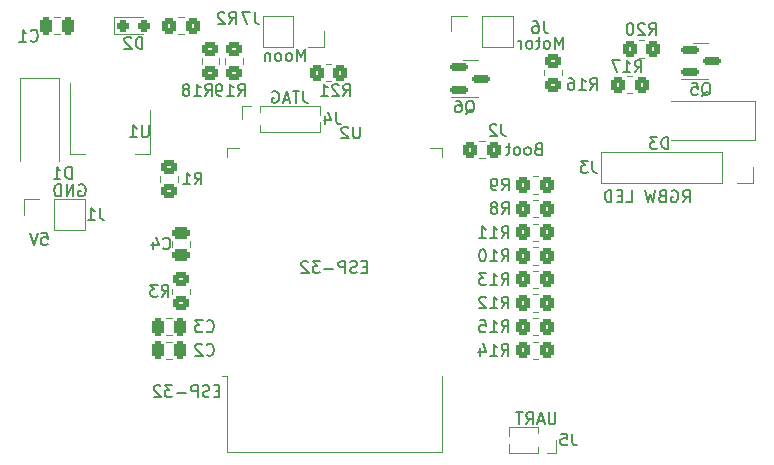
<source format=gbo>
G04 #@! TF.GenerationSoftware,KiCad,Pcbnew,7.0.6*
G04 #@! TF.CreationDate,2023-08-15T03:17:02+01:00*
G04 #@! TF.ProjectId,GalaxyModPCB,47616c61-7879-44d6-9f64-5043422e6b69,rev?*
G04 #@! TF.SameCoordinates,Original*
G04 #@! TF.FileFunction,Legend,Bot*
G04 #@! TF.FilePolarity,Positive*
%FSLAX46Y46*%
G04 Gerber Fmt 4.6, Leading zero omitted, Abs format (unit mm)*
G04 Created by KiCad (PCBNEW 7.0.6) date 2023-08-15 03:17:02*
%MOMM*%
%LPD*%
G01*
G04 APERTURE LIST*
G04 Aperture macros list*
%AMRoundRect*
0 Rectangle with rounded corners*
0 $1 Rounding radius*
0 $2 $3 $4 $5 $6 $7 $8 $9 X,Y pos of 4 corners*
0 Add a 4 corners polygon primitive as box body*
4,1,4,$2,$3,$4,$5,$6,$7,$8,$9,$2,$3,0*
0 Add four circle primitives for the rounded corners*
1,1,$1+$1,$2,$3*
1,1,$1+$1,$4,$5*
1,1,$1+$1,$6,$7*
1,1,$1+$1,$8,$9*
0 Add four rect primitives between the rounded corners*
20,1,$1+$1,$2,$3,$4,$5,0*
20,1,$1+$1,$4,$5,$6,$7,0*
20,1,$1+$1,$6,$7,$8,$9,0*
20,1,$1+$1,$8,$9,$2,$3,0*%
G04 Aperture macros list end*
%ADD10C,0.150000*%
%ADD11C,0.120000*%
%ADD12RoundRect,0.237500X-0.287500X-0.237500X0.287500X-0.237500X0.287500X0.237500X-0.287500X0.237500X0*%
%ADD13C,2.500000*%
%ADD14C,2.000000*%
%ADD15RoundRect,0.250000X0.250000X0.475000X-0.250000X0.475000X-0.250000X-0.475000X0.250000X-0.475000X0*%
%ADD16RoundRect,0.250000X-0.450000X0.350000X-0.450000X-0.350000X0.450000X-0.350000X0.450000X0.350000X0*%
%ADD17RoundRect,0.250000X-0.350000X-0.450000X0.350000X-0.450000X0.350000X0.450000X-0.350000X0.450000X0*%
%ADD18RoundRect,0.250000X-0.475000X0.250000X-0.475000X-0.250000X0.475000X-0.250000X0.475000X0.250000X0*%
%ADD19R,1.000000X1.000000*%
%ADD20O,1.000000X1.000000*%
%ADD21RoundRect,0.250000X0.350000X0.450000X-0.350000X0.450000X-0.350000X-0.450000X0.350000X-0.450000X0*%
%ADD22R,1.700000X1.700000*%
%ADD23O,1.700000X1.700000*%
%ADD24RoundRect,0.150000X-0.587500X-0.150000X0.587500X-0.150000X0.587500X0.150000X-0.587500X0.150000X0*%
%ADD25R,3.500000X1.800000*%
%ADD26R,1.800000X3.500000*%
%ADD27R,1.500000X0.900000*%
%ADD28R,0.900000X1.500000*%
%ADD29R,1.500000X2.000000*%
%ADD30R,3.800000X2.000000*%
G04 APERTURE END LIST*
D10*
X127761904Y-83431009D02*
X127428571Y-83431009D01*
X127285714Y-83954819D02*
X127761904Y-83954819D01*
X127761904Y-83954819D02*
X127761904Y-82954819D01*
X127761904Y-82954819D02*
X127285714Y-82954819D01*
X126904761Y-83907200D02*
X126761904Y-83954819D01*
X126761904Y-83954819D02*
X126523809Y-83954819D01*
X126523809Y-83954819D02*
X126428571Y-83907200D01*
X126428571Y-83907200D02*
X126380952Y-83859580D01*
X126380952Y-83859580D02*
X126333333Y-83764342D01*
X126333333Y-83764342D02*
X126333333Y-83669104D01*
X126333333Y-83669104D02*
X126380952Y-83573866D01*
X126380952Y-83573866D02*
X126428571Y-83526247D01*
X126428571Y-83526247D02*
X126523809Y-83478628D01*
X126523809Y-83478628D02*
X126714285Y-83431009D01*
X126714285Y-83431009D02*
X126809523Y-83383390D01*
X126809523Y-83383390D02*
X126857142Y-83335771D01*
X126857142Y-83335771D02*
X126904761Y-83240533D01*
X126904761Y-83240533D02*
X126904761Y-83145295D01*
X126904761Y-83145295D02*
X126857142Y-83050057D01*
X126857142Y-83050057D02*
X126809523Y-83002438D01*
X126809523Y-83002438D02*
X126714285Y-82954819D01*
X126714285Y-82954819D02*
X126476190Y-82954819D01*
X126476190Y-82954819D02*
X126333333Y-83002438D01*
X125904761Y-83954819D02*
X125904761Y-82954819D01*
X125904761Y-82954819D02*
X125523809Y-82954819D01*
X125523809Y-82954819D02*
X125428571Y-83002438D01*
X125428571Y-83002438D02*
X125380952Y-83050057D01*
X125380952Y-83050057D02*
X125333333Y-83145295D01*
X125333333Y-83145295D02*
X125333333Y-83288152D01*
X125333333Y-83288152D02*
X125380952Y-83383390D01*
X125380952Y-83383390D02*
X125428571Y-83431009D01*
X125428571Y-83431009D02*
X125523809Y-83478628D01*
X125523809Y-83478628D02*
X125904761Y-83478628D01*
X124904761Y-83573866D02*
X124142857Y-83573866D01*
X123761904Y-82954819D02*
X123142857Y-82954819D01*
X123142857Y-82954819D02*
X123476190Y-83335771D01*
X123476190Y-83335771D02*
X123333333Y-83335771D01*
X123333333Y-83335771D02*
X123238095Y-83383390D01*
X123238095Y-83383390D02*
X123190476Y-83431009D01*
X123190476Y-83431009D02*
X123142857Y-83526247D01*
X123142857Y-83526247D02*
X123142857Y-83764342D01*
X123142857Y-83764342D02*
X123190476Y-83859580D01*
X123190476Y-83859580D02*
X123238095Y-83907200D01*
X123238095Y-83907200D02*
X123333333Y-83954819D01*
X123333333Y-83954819D02*
X123619047Y-83954819D01*
X123619047Y-83954819D02*
X123714285Y-83907200D01*
X123714285Y-83907200D02*
X123761904Y-83859580D01*
X122761904Y-83050057D02*
X122714285Y-83002438D01*
X122714285Y-83002438D02*
X122619047Y-82954819D01*
X122619047Y-82954819D02*
X122380952Y-82954819D01*
X122380952Y-82954819D02*
X122285714Y-83002438D01*
X122285714Y-83002438D02*
X122238095Y-83050057D01*
X122238095Y-83050057D02*
X122190476Y-83145295D01*
X122190476Y-83145295D02*
X122190476Y-83240533D01*
X122190476Y-83240533D02*
X122238095Y-83383390D01*
X122238095Y-83383390D02*
X122809523Y-83954819D01*
X122809523Y-83954819D02*
X122190476Y-83954819D01*
X121238094Y-54454819D02*
X121238094Y-53454819D01*
X121238094Y-53454819D02*
X120999999Y-53454819D01*
X120999999Y-53454819D02*
X120857142Y-53502438D01*
X120857142Y-53502438D02*
X120761904Y-53597676D01*
X120761904Y-53597676D02*
X120714285Y-53692914D01*
X120714285Y-53692914D02*
X120666666Y-53883390D01*
X120666666Y-53883390D02*
X120666666Y-54026247D01*
X120666666Y-54026247D02*
X120714285Y-54216723D01*
X120714285Y-54216723D02*
X120761904Y-54311961D01*
X120761904Y-54311961D02*
X120857142Y-54407200D01*
X120857142Y-54407200D02*
X120999999Y-54454819D01*
X120999999Y-54454819D02*
X121238094Y-54454819D01*
X120285713Y-53550057D02*
X120238094Y-53502438D01*
X120238094Y-53502438D02*
X120142856Y-53454819D01*
X120142856Y-53454819D02*
X119904761Y-53454819D01*
X119904761Y-53454819D02*
X119809523Y-53502438D01*
X119809523Y-53502438D02*
X119761904Y-53550057D01*
X119761904Y-53550057D02*
X119714285Y-53645295D01*
X119714285Y-53645295D02*
X119714285Y-53740533D01*
X119714285Y-53740533D02*
X119761904Y-53883390D01*
X119761904Y-53883390D02*
X120333332Y-54454819D01*
X120333332Y-54454819D02*
X119714285Y-54454819D01*
X111766666Y-53759580D02*
X111814285Y-53807200D01*
X111814285Y-53807200D02*
X111957142Y-53854819D01*
X111957142Y-53854819D02*
X112052380Y-53854819D01*
X112052380Y-53854819D02*
X112195237Y-53807200D01*
X112195237Y-53807200D02*
X112290475Y-53711961D01*
X112290475Y-53711961D02*
X112338094Y-53616723D01*
X112338094Y-53616723D02*
X112385713Y-53426247D01*
X112385713Y-53426247D02*
X112385713Y-53283390D01*
X112385713Y-53283390D02*
X112338094Y-53092914D01*
X112338094Y-53092914D02*
X112290475Y-52997676D01*
X112290475Y-52997676D02*
X112195237Y-52902438D01*
X112195237Y-52902438D02*
X112052380Y-52854819D01*
X112052380Y-52854819D02*
X111957142Y-52854819D01*
X111957142Y-52854819D02*
X111814285Y-52902438D01*
X111814285Y-52902438D02*
X111766666Y-52950057D01*
X110814285Y-53854819D02*
X111385713Y-53854819D01*
X111099999Y-53854819D02*
X111099999Y-52854819D01*
X111099999Y-52854819D02*
X111195237Y-52997676D01*
X111195237Y-52997676D02*
X111290475Y-53092914D01*
X111290475Y-53092914D02*
X111385713Y-53140533D01*
X125666666Y-65954819D02*
X125999999Y-65478628D01*
X126238094Y-65954819D02*
X126238094Y-64954819D01*
X126238094Y-64954819D02*
X125857142Y-64954819D01*
X125857142Y-64954819D02*
X125761904Y-65002438D01*
X125761904Y-65002438D02*
X125714285Y-65050057D01*
X125714285Y-65050057D02*
X125666666Y-65145295D01*
X125666666Y-65145295D02*
X125666666Y-65288152D01*
X125666666Y-65288152D02*
X125714285Y-65383390D01*
X125714285Y-65383390D02*
X125761904Y-65431009D01*
X125761904Y-65431009D02*
X125857142Y-65478628D01*
X125857142Y-65478628D02*
X126238094Y-65478628D01*
X124714285Y-65954819D02*
X125285713Y-65954819D01*
X124999999Y-65954819D02*
X124999999Y-64954819D01*
X124999999Y-64954819D02*
X125095237Y-65097676D01*
X125095237Y-65097676D02*
X125190475Y-65192914D01*
X125190475Y-65192914D02*
X125285713Y-65240533D01*
X151666666Y-68454819D02*
X151999999Y-67978628D01*
X152238094Y-68454819D02*
X152238094Y-67454819D01*
X152238094Y-67454819D02*
X151857142Y-67454819D01*
X151857142Y-67454819D02*
X151761904Y-67502438D01*
X151761904Y-67502438D02*
X151714285Y-67550057D01*
X151714285Y-67550057D02*
X151666666Y-67645295D01*
X151666666Y-67645295D02*
X151666666Y-67788152D01*
X151666666Y-67788152D02*
X151714285Y-67883390D01*
X151714285Y-67883390D02*
X151761904Y-67931009D01*
X151761904Y-67931009D02*
X151857142Y-67978628D01*
X151857142Y-67978628D02*
X152238094Y-67978628D01*
X151095237Y-67883390D02*
X151190475Y-67835771D01*
X151190475Y-67835771D02*
X151238094Y-67788152D01*
X151238094Y-67788152D02*
X151285713Y-67692914D01*
X151285713Y-67692914D02*
X151285713Y-67645295D01*
X151285713Y-67645295D02*
X151238094Y-67550057D01*
X151238094Y-67550057D02*
X151190475Y-67502438D01*
X151190475Y-67502438D02*
X151095237Y-67454819D01*
X151095237Y-67454819D02*
X150904761Y-67454819D01*
X150904761Y-67454819D02*
X150809523Y-67502438D01*
X150809523Y-67502438D02*
X150761904Y-67550057D01*
X150761904Y-67550057D02*
X150714285Y-67645295D01*
X150714285Y-67645295D02*
X150714285Y-67692914D01*
X150714285Y-67692914D02*
X150761904Y-67788152D01*
X150761904Y-67788152D02*
X150809523Y-67835771D01*
X150809523Y-67835771D02*
X150904761Y-67883390D01*
X150904761Y-67883390D02*
X151095237Y-67883390D01*
X151095237Y-67883390D02*
X151190475Y-67931009D01*
X151190475Y-67931009D02*
X151238094Y-67978628D01*
X151238094Y-67978628D02*
X151285713Y-68073866D01*
X151285713Y-68073866D02*
X151285713Y-68264342D01*
X151285713Y-68264342D02*
X151238094Y-68359580D01*
X151238094Y-68359580D02*
X151190475Y-68407200D01*
X151190475Y-68407200D02*
X151095237Y-68454819D01*
X151095237Y-68454819D02*
X150904761Y-68454819D01*
X150904761Y-68454819D02*
X150809523Y-68407200D01*
X150809523Y-68407200D02*
X150761904Y-68359580D01*
X150761904Y-68359580D02*
X150714285Y-68264342D01*
X150714285Y-68264342D02*
X150714285Y-68073866D01*
X150714285Y-68073866D02*
X150761904Y-67978628D01*
X150761904Y-67978628D02*
X150809523Y-67931009D01*
X150809523Y-67931009D02*
X150904761Y-67883390D01*
X129342857Y-58454819D02*
X129676190Y-57978628D01*
X129914285Y-58454819D02*
X129914285Y-57454819D01*
X129914285Y-57454819D02*
X129533333Y-57454819D01*
X129533333Y-57454819D02*
X129438095Y-57502438D01*
X129438095Y-57502438D02*
X129390476Y-57550057D01*
X129390476Y-57550057D02*
X129342857Y-57645295D01*
X129342857Y-57645295D02*
X129342857Y-57788152D01*
X129342857Y-57788152D02*
X129390476Y-57883390D01*
X129390476Y-57883390D02*
X129438095Y-57931009D01*
X129438095Y-57931009D02*
X129533333Y-57978628D01*
X129533333Y-57978628D02*
X129914285Y-57978628D01*
X128390476Y-58454819D02*
X128961904Y-58454819D01*
X128676190Y-58454819D02*
X128676190Y-57454819D01*
X128676190Y-57454819D02*
X128771428Y-57597676D01*
X128771428Y-57597676D02*
X128866666Y-57692914D01*
X128866666Y-57692914D02*
X128961904Y-57740533D01*
X127914285Y-58454819D02*
X127723809Y-58454819D01*
X127723809Y-58454819D02*
X127628571Y-58407200D01*
X127628571Y-58407200D02*
X127580952Y-58359580D01*
X127580952Y-58359580D02*
X127485714Y-58216723D01*
X127485714Y-58216723D02*
X127438095Y-58026247D01*
X127438095Y-58026247D02*
X127438095Y-57645295D01*
X127438095Y-57645295D02*
X127485714Y-57550057D01*
X127485714Y-57550057D02*
X127533333Y-57502438D01*
X127533333Y-57502438D02*
X127628571Y-57454819D01*
X127628571Y-57454819D02*
X127819047Y-57454819D01*
X127819047Y-57454819D02*
X127914285Y-57502438D01*
X127914285Y-57502438D02*
X127961904Y-57550057D01*
X127961904Y-57550057D02*
X128009523Y-57645295D01*
X128009523Y-57645295D02*
X128009523Y-57883390D01*
X128009523Y-57883390D02*
X127961904Y-57978628D01*
X127961904Y-57978628D02*
X127914285Y-58026247D01*
X127914285Y-58026247D02*
X127819047Y-58073866D01*
X127819047Y-58073866D02*
X127628571Y-58073866D01*
X127628571Y-58073866D02*
X127533333Y-58026247D01*
X127533333Y-58026247D02*
X127485714Y-57978628D01*
X127485714Y-57978628D02*
X127438095Y-57883390D01*
X122986666Y-71359580D02*
X123034285Y-71407200D01*
X123034285Y-71407200D02*
X123177142Y-71454819D01*
X123177142Y-71454819D02*
X123272380Y-71454819D01*
X123272380Y-71454819D02*
X123415237Y-71407200D01*
X123415237Y-71407200D02*
X123510475Y-71311961D01*
X123510475Y-71311961D02*
X123558094Y-71216723D01*
X123558094Y-71216723D02*
X123605713Y-71026247D01*
X123605713Y-71026247D02*
X123605713Y-70883390D01*
X123605713Y-70883390D02*
X123558094Y-70692914D01*
X123558094Y-70692914D02*
X123510475Y-70597676D01*
X123510475Y-70597676D02*
X123415237Y-70502438D01*
X123415237Y-70502438D02*
X123272380Y-70454819D01*
X123272380Y-70454819D02*
X123177142Y-70454819D01*
X123177142Y-70454819D02*
X123034285Y-70502438D01*
X123034285Y-70502438D02*
X122986666Y-70550057D01*
X122129523Y-70788152D02*
X122129523Y-71454819D01*
X122367618Y-70407200D02*
X122605713Y-71121485D01*
X122605713Y-71121485D02*
X121986666Y-71121485D01*
X151642857Y-76454819D02*
X151976190Y-75978628D01*
X152214285Y-76454819D02*
X152214285Y-75454819D01*
X152214285Y-75454819D02*
X151833333Y-75454819D01*
X151833333Y-75454819D02*
X151738095Y-75502438D01*
X151738095Y-75502438D02*
X151690476Y-75550057D01*
X151690476Y-75550057D02*
X151642857Y-75645295D01*
X151642857Y-75645295D02*
X151642857Y-75788152D01*
X151642857Y-75788152D02*
X151690476Y-75883390D01*
X151690476Y-75883390D02*
X151738095Y-75931009D01*
X151738095Y-75931009D02*
X151833333Y-75978628D01*
X151833333Y-75978628D02*
X152214285Y-75978628D01*
X150690476Y-76454819D02*
X151261904Y-76454819D01*
X150976190Y-76454819D02*
X150976190Y-75454819D01*
X150976190Y-75454819D02*
X151071428Y-75597676D01*
X151071428Y-75597676D02*
X151166666Y-75692914D01*
X151166666Y-75692914D02*
X151261904Y-75740533D01*
X150309523Y-75550057D02*
X150261904Y-75502438D01*
X150261904Y-75502438D02*
X150166666Y-75454819D01*
X150166666Y-75454819D02*
X149928571Y-75454819D01*
X149928571Y-75454819D02*
X149833333Y-75502438D01*
X149833333Y-75502438D02*
X149785714Y-75550057D01*
X149785714Y-75550057D02*
X149738095Y-75645295D01*
X149738095Y-75645295D02*
X149738095Y-75740533D01*
X149738095Y-75740533D02*
X149785714Y-75883390D01*
X149785714Y-75883390D02*
X150357142Y-76454819D01*
X150357142Y-76454819D02*
X149738095Y-76454819D01*
X137633333Y-59854819D02*
X137633333Y-60569104D01*
X137633333Y-60569104D02*
X137680952Y-60711961D01*
X137680952Y-60711961D02*
X137776190Y-60807200D01*
X137776190Y-60807200D02*
X137919047Y-60854819D01*
X137919047Y-60854819D02*
X138014285Y-60854819D01*
X136728571Y-60188152D02*
X136728571Y-60854819D01*
X136966666Y-59807200D02*
X137204761Y-60521485D01*
X137204761Y-60521485D02*
X136585714Y-60521485D01*
X134866666Y-58054819D02*
X134866666Y-58769104D01*
X134866666Y-58769104D02*
X134914285Y-58911961D01*
X134914285Y-58911961D02*
X135009523Y-59007200D01*
X135009523Y-59007200D02*
X135152380Y-59054819D01*
X135152380Y-59054819D02*
X135247618Y-59054819D01*
X134533332Y-58054819D02*
X133961904Y-58054819D01*
X134247618Y-59054819D02*
X134247618Y-58054819D01*
X133676189Y-58769104D02*
X133199999Y-58769104D01*
X133771427Y-59054819D02*
X133438094Y-58054819D01*
X133438094Y-58054819D02*
X133104761Y-59054819D01*
X132247618Y-58102438D02*
X132342856Y-58054819D01*
X132342856Y-58054819D02*
X132485713Y-58054819D01*
X132485713Y-58054819D02*
X132628570Y-58102438D01*
X132628570Y-58102438D02*
X132723808Y-58197676D01*
X132723808Y-58197676D02*
X132771427Y-58292914D01*
X132771427Y-58292914D02*
X132819046Y-58483390D01*
X132819046Y-58483390D02*
X132819046Y-58626247D01*
X132819046Y-58626247D02*
X132771427Y-58816723D01*
X132771427Y-58816723D02*
X132723808Y-58911961D01*
X132723808Y-58911961D02*
X132628570Y-59007200D01*
X132628570Y-59007200D02*
X132485713Y-59054819D01*
X132485713Y-59054819D02*
X132390475Y-59054819D01*
X132390475Y-59054819D02*
X132247618Y-59007200D01*
X132247618Y-59007200D02*
X132199999Y-58959580D01*
X132199999Y-58959580D02*
X132199999Y-58626247D01*
X132199999Y-58626247D02*
X132390475Y-58626247D01*
X128566666Y-52354819D02*
X128899999Y-51878628D01*
X129138094Y-52354819D02*
X129138094Y-51354819D01*
X129138094Y-51354819D02*
X128757142Y-51354819D01*
X128757142Y-51354819D02*
X128661904Y-51402438D01*
X128661904Y-51402438D02*
X128614285Y-51450057D01*
X128614285Y-51450057D02*
X128566666Y-51545295D01*
X128566666Y-51545295D02*
X128566666Y-51688152D01*
X128566666Y-51688152D02*
X128614285Y-51783390D01*
X128614285Y-51783390D02*
X128661904Y-51831009D01*
X128661904Y-51831009D02*
X128757142Y-51878628D01*
X128757142Y-51878628D02*
X129138094Y-51878628D01*
X128185713Y-51450057D02*
X128138094Y-51402438D01*
X128138094Y-51402438D02*
X128042856Y-51354819D01*
X128042856Y-51354819D02*
X127804761Y-51354819D01*
X127804761Y-51354819D02*
X127709523Y-51402438D01*
X127709523Y-51402438D02*
X127661904Y-51450057D01*
X127661904Y-51450057D02*
X127614285Y-51545295D01*
X127614285Y-51545295D02*
X127614285Y-51640533D01*
X127614285Y-51640533D02*
X127661904Y-51783390D01*
X127661904Y-51783390D02*
X128233332Y-52354819D01*
X128233332Y-52354819D02*
X127614285Y-52354819D01*
X164142857Y-53304819D02*
X164476190Y-52828628D01*
X164714285Y-53304819D02*
X164714285Y-52304819D01*
X164714285Y-52304819D02*
X164333333Y-52304819D01*
X164333333Y-52304819D02*
X164238095Y-52352438D01*
X164238095Y-52352438D02*
X164190476Y-52400057D01*
X164190476Y-52400057D02*
X164142857Y-52495295D01*
X164142857Y-52495295D02*
X164142857Y-52638152D01*
X164142857Y-52638152D02*
X164190476Y-52733390D01*
X164190476Y-52733390D02*
X164238095Y-52781009D01*
X164238095Y-52781009D02*
X164333333Y-52828628D01*
X164333333Y-52828628D02*
X164714285Y-52828628D01*
X163761904Y-52400057D02*
X163714285Y-52352438D01*
X163714285Y-52352438D02*
X163619047Y-52304819D01*
X163619047Y-52304819D02*
X163380952Y-52304819D01*
X163380952Y-52304819D02*
X163285714Y-52352438D01*
X163285714Y-52352438D02*
X163238095Y-52400057D01*
X163238095Y-52400057D02*
X163190476Y-52495295D01*
X163190476Y-52495295D02*
X163190476Y-52590533D01*
X163190476Y-52590533D02*
X163238095Y-52733390D01*
X163238095Y-52733390D02*
X163809523Y-53304819D01*
X163809523Y-53304819D02*
X163190476Y-53304819D01*
X162571428Y-52304819D02*
X162476190Y-52304819D01*
X162476190Y-52304819D02*
X162380952Y-52352438D01*
X162380952Y-52352438D02*
X162333333Y-52400057D01*
X162333333Y-52400057D02*
X162285714Y-52495295D01*
X162285714Y-52495295D02*
X162238095Y-52685771D01*
X162238095Y-52685771D02*
X162238095Y-52923866D01*
X162238095Y-52923866D02*
X162285714Y-53114342D01*
X162285714Y-53114342D02*
X162333333Y-53209580D01*
X162333333Y-53209580D02*
X162380952Y-53257200D01*
X162380952Y-53257200D02*
X162476190Y-53304819D01*
X162476190Y-53304819D02*
X162571428Y-53304819D01*
X162571428Y-53304819D02*
X162666666Y-53257200D01*
X162666666Y-53257200D02*
X162714285Y-53209580D01*
X162714285Y-53209580D02*
X162761904Y-53114342D01*
X162761904Y-53114342D02*
X162809523Y-52923866D01*
X162809523Y-52923866D02*
X162809523Y-52685771D01*
X162809523Y-52685771D02*
X162761904Y-52495295D01*
X162761904Y-52495295D02*
X162714285Y-52400057D01*
X162714285Y-52400057D02*
X162666666Y-52352438D01*
X162666666Y-52352438D02*
X162571428Y-52304819D01*
X122866666Y-75454819D02*
X123199999Y-74978628D01*
X123438094Y-75454819D02*
X123438094Y-74454819D01*
X123438094Y-74454819D02*
X123057142Y-74454819D01*
X123057142Y-74454819D02*
X122961904Y-74502438D01*
X122961904Y-74502438D02*
X122914285Y-74550057D01*
X122914285Y-74550057D02*
X122866666Y-74645295D01*
X122866666Y-74645295D02*
X122866666Y-74788152D01*
X122866666Y-74788152D02*
X122914285Y-74883390D01*
X122914285Y-74883390D02*
X122961904Y-74931009D01*
X122961904Y-74931009D02*
X123057142Y-74978628D01*
X123057142Y-74978628D02*
X123438094Y-74978628D01*
X122533332Y-74454819D02*
X121914285Y-74454819D01*
X121914285Y-74454819D02*
X122247618Y-74835771D01*
X122247618Y-74835771D02*
X122104761Y-74835771D01*
X122104761Y-74835771D02*
X122009523Y-74883390D01*
X122009523Y-74883390D02*
X121961904Y-74931009D01*
X121961904Y-74931009D02*
X121914285Y-75026247D01*
X121914285Y-75026247D02*
X121914285Y-75264342D01*
X121914285Y-75264342D02*
X121961904Y-75359580D01*
X121961904Y-75359580D02*
X122009523Y-75407200D01*
X122009523Y-75407200D02*
X122104761Y-75454819D01*
X122104761Y-75454819D02*
X122390475Y-75454819D01*
X122390475Y-75454819D02*
X122485713Y-75407200D01*
X122485713Y-75407200D02*
X122533332Y-75359580D01*
X126542857Y-58454819D02*
X126876190Y-57978628D01*
X127114285Y-58454819D02*
X127114285Y-57454819D01*
X127114285Y-57454819D02*
X126733333Y-57454819D01*
X126733333Y-57454819D02*
X126638095Y-57502438D01*
X126638095Y-57502438D02*
X126590476Y-57550057D01*
X126590476Y-57550057D02*
X126542857Y-57645295D01*
X126542857Y-57645295D02*
X126542857Y-57788152D01*
X126542857Y-57788152D02*
X126590476Y-57883390D01*
X126590476Y-57883390D02*
X126638095Y-57931009D01*
X126638095Y-57931009D02*
X126733333Y-57978628D01*
X126733333Y-57978628D02*
X127114285Y-57978628D01*
X125590476Y-58454819D02*
X126161904Y-58454819D01*
X125876190Y-58454819D02*
X125876190Y-57454819D01*
X125876190Y-57454819D02*
X125971428Y-57597676D01*
X125971428Y-57597676D02*
X126066666Y-57692914D01*
X126066666Y-57692914D02*
X126161904Y-57740533D01*
X125019047Y-57883390D02*
X125114285Y-57835771D01*
X125114285Y-57835771D02*
X125161904Y-57788152D01*
X125161904Y-57788152D02*
X125209523Y-57692914D01*
X125209523Y-57692914D02*
X125209523Y-57645295D01*
X125209523Y-57645295D02*
X125161904Y-57550057D01*
X125161904Y-57550057D02*
X125114285Y-57502438D01*
X125114285Y-57502438D02*
X125019047Y-57454819D01*
X125019047Y-57454819D02*
X124828571Y-57454819D01*
X124828571Y-57454819D02*
X124733333Y-57502438D01*
X124733333Y-57502438D02*
X124685714Y-57550057D01*
X124685714Y-57550057D02*
X124638095Y-57645295D01*
X124638095Y-57645295D02*
X124638095Y-57692914D01*
X124638095Y-57692914D02*
X124685714Y-57788152D01*
X124685714Y-57788152D02*
X124733333Y-57835771D01*
X124733333Y-57835771D02*
X124828571Y-57883390D01*
X124828571Y-57883390D02*
X125019047Y-57883390D01*
X125019047Y-57883390D02*
X125114285Y-57931009D01*
X125114285Y-57931009D02*
X125161904Y-57978628D01*
X125161904Y-57978628D02*
X125209523Y-58073866D01*
X125209523Y-58073866D02*
X125209523Y-58264342D01*
X125209523Y-58264342D02*
X125161904Y-58359580D01*
X125161904Y-58359580D02*
X125114285Y-58407200D01*
X125114285Y-58407200D02*
X125019047Y-58454819D01*
X125019047Y-58454819D02*
X124828571Y-58454819D01*
X124828571Y-58454819D02*
X124733333Y-58407200D01*
X124733333Y-58407200D02*
X124685714Y-58359580D01*
X124685714Y-58359580D02*
X124638095Y-58264342D01*
X124638095Y-58264342D02*
X124638095Y-58073866D01*
X124638095Y-58073866D02*
X124685714Y-57978628D01*
X124685714Y-57978628D02*
X124733333Y-57931009D01*
X124733333Y-57931009D02*
X124828571Y-57883390D01*
X117633333Y-67954819D02*
X117633333Y-68669104D01*
X117633333Y-68669104D02*
X117680952Y-68811961D01*
X117680952Y-68811961D02*
X117776190Y-68907200D01*
X117776190Y-68907200D02*
X117919047Y-68954819D01*
X117919047Y-68954819D02*
X118014285Y-68954819D01*
X116633333Y-68954819D02*
X117204761Y-68954819D01*
X116919047Y-68954819D02*
X116919047Y-67954819D01*
X116919047Y-67954819D02*
X117014285Y-68097676D01*
X117014285Y-68097676D02*
X117109523Y-68192914D01*
X117109523Y-68192914D02*
X117204761Y-68240533D01*
X112690476Y-70054819D02*
X113166666Y-70054819D01*
X113166666Y-70054819D02*
X113214285Y-70531009D01*
X113214285Y-70531009D02*
X113166666Y-70483390D01*
X113166666Y-70483390D02*
X113071428Y-70435771D01*
X113071428Y-70435771D02*
X112833333Y-70435771D01*
X112833333Y-70435771D02*
X112738095Y-70483390D01*
X112738095Y-70483390D02*
X112690476Y-70531009D01*
X112690476Y-70531009D02*
X112642857Y-70626247D01*
X112642857Y-70626247D02*
X112642857Y-70864342D01*
X112642857Y-70864342D02*
X112690476Y-70959580D01*
X112690476Y-70959580D02*
X112738095Y-71007200D01*
X112738095Y-71007200D02*
X112833333Y-71054819D01*
X112833333Y-71054819D02*
X113071428Y-71054819D01*
X113071428Y-71054819D02*
X113166666Y-71007200D01*
X113166666Y-71007200D02*
X113214285Y-70959580D01*
X112357142Y-70054819D02*
X112023809Y-71054819D01*
X112023809Y-71054819D02*
X111690476Y-70054819D01*
X115861904Y-66002438D02*
X115957142Y-65954819D01*
X115957142Y-65954819D02*
X116099999Y-65954819D01*
X116099999Y-65954819D02*
X116242856Y-66002438D01*
X116242856Y-66002438D02*
X116338094Y-66097676D01*
X116338094Y-66097676D02*
X116385713Y-66192914D01*
X116385713Y-66192914D02*
X116433332Y-66383390D01*
X116433332Y-66383390D02*
X116433332Y-66526247D01*
X116433332Y-66526247D02*
X116385713Y-66716723D01*
X116385713Y-66716723D02*
X116338094Y-66811961D01*
X116338094Y-66811961D02*
X116242856Y-66907200D01*
X116242856Y-66907200D02*
X116099999Y-66954819D01*
X116099999Y-66954819D02*
X116004761Y-66954819D01*
X116004761Y-66954819D02*
X115861904Y-66907200D01*
X115861904Y-66907200D02*
X115814285Y-66859580D01*
X115814285Y-66859580D02*
X115814285Y-66526247D01*
X115814285Y-66526247D02*
X116004761Y-66526247D01*
X115385713Y-66954819D02*
X115385713Y-65954819D01*
X115385713Y-65954819D02*
X114814285Y-66954819D01*
X114814285Y-66954819D02*
X114814285Y-65954819D01*
X114338094Y-66954819D02*
X114338094Y-65954819D01*
X114338094Y-65954819D02*
X114099999Y-65954819D01*
X114099999Y-65954819D02*
X113957142Y-66002438D01*
X113957142Y-66002438D02*
X113861904Y-66097676D01*
X113861904Y-66097676D02*
X113814285Y-66192914D01*
X113814285Y-66192914D02*
X113766666Y-66383390D01*
X113766666Y-66383390D02*
X113766666Y-66526247D01*
X113766666Y-66526247D02*
X113814285Y-66716723D01*
X113814285Y-66716723D02*
X113861904Y-66811961D01*
X113861904Y-66811961D02*
X113957142Y-66907200D01*
X113957142Y-66907200D02*
X114099999Y-66954819D01*
X114099999Y-66954819D02*
X114338094Y-66954819D01*
X126666666Y-80359580D02*
X126714285Y-80407200D01*
X126714285Y-80407200D02*
X126857142Y-80454819D01*
X126857142Y-80454819D02*
X126952380Y-80454819D01*
X126952380Y-80454819D02*
X127095237Y-80407200D01*
X127095237Y-80407200D02*
X127190475Y-80311961D01*
X127190475Y-80311961D02*
X127238094Y-80216723D01*
X127238094Y-80216723D02*
X127285713Y-80026247D01*
X127285713Y-80026247D02*
X127285713Y-79883390D01*
X127285713Y-79883390D02*
X127238094Y-79692914D01*
X127238094Y-79692914D02*
X127190475Y-79597676D01*
X127190475Y-79597676D02*
X127095237Y-79502438D01*
X127095237Y-79502438D02*
X126952380Y-79454819D01*
X126952380Y-79454819D02*
X126857142Y-79454819D01*
X126857142Y-79454819D02*
X126714285Y-79502438D01*
X126714285Y-79502438D02*
X126666666Y-79550057D01*
X126285713Y-79550057D02*
X126238094Y-79502438D01*
X126238094Y-79502438D02*
X126142856Y-79454819D01*
X126142856Y-79454819D02*
X125904761Y-79454819D01*
X125904761Y-79454819D02*
X125809523Y-79502438D01*
X125809523Y-79502438D02*
X125761904Y-79550057D01*
X125761904Y-79550057D02*
X125714285Y-79645295D01*
X125714285Y-79645295D02*
X125714285Y-79740533D01*
X125714285Y-79740533D02*
X125761904Y-79883390D01*
X125761904Y-79883390D02*
X126333332Y-80454819D01*
X126333332Y-80454819D02*
X125714285Y-80454819D01*
X168595238Y-58450057D02*
X168690476Y-58402438D01*
X168690476Y-58402438D02*
X168785714Y-58307200D01*
X168785714Y-58307200D02*
X168928571Y-58164342D01*
X168928571Y-58164342D02*
X169023809Y-58116723D01*
X169023809Y-58116723D02*
X169119047Y-58116723D01*
X169071428Y-58354819D02*
X169166666Y-58307200D01*
X169166666Y-58307200D02*
X169261904Y-58211961D01*
X169261904Y-58211961D02*
X169309523Y-58021485D01*
X169309523Y-58021485D02*
X169309523Y-57688152D01*
X169309523Y-57688152D02*
X169261904Y-57497676D01*
X169261904Y-57497676D02*
X169166666Y-57402438D01*
X169166666Y-57402438D02*
X169071428Y-57354819D01*
X169071428Y-57354819D02*
X168880952Y-57354819D01*
X168880952Y-57354819D02*
X168785714Y-57402438D01*
X168785714Y-57402438D02*
X168690476Y-57497676D01*
X168690476Y-57497676D02*
X168642857Y-57688152D01*
X168642857Y-57688152D02*
X168642857Y-58021485D01*
X168642857Y-58021485D02*
X168690476Y-58211961D01*
X168690476Y-58211961D02*
X168785714Y-58307200D01*
X168785714Y-58307200D02*
X168880952Y-58354819D01*
X168880952Y-58354819D02*
X169071428Y-58354819D01*
X167738095Y-57354819D02*
X168214285Y-57354819D01*
X168214285Y-57354819D02*
X168261904Y-57831009D01*
X168261904Y-57831009D02*
X168214285Y-57783390D01*
X168214285Y-57783390D02*
X168119047Y-57735771D01*
X168119047Y-57735771D02*
X167880952Y-57735771D01*
X167880952Y-57735771D02*
X167785714Y-57783390D01*
X167785714Y-57783390D02*
X167738095Y-57831009D01*
X167738095Y-57831009D02*
X167690476Y-57926247D01*
X167690476Y-57926247D02*
X167690476Y-58164342D01*
X167690476Y-58164342D02*
X167738095Y-58259580D01*
X167738095Y-58259580D02*
X167785714Y-58307200D01*
X167785714Y-58307200D02*
X167880952Y-58354819D01*
X167880952Y-58354819D02*
X168119047Y-58354819D01*
X168119047Y-58354819D02*
X168214285Y-58307200D01*
X168214285Y-58307200D02*
X168261904Y-58259580D01*
X155233333Y-52154819D02*
X155233333Y-52869104D01*
X155233333Y-52869104D02*
X155280952Y-53011961D01*
X155280952Y-53011961D02*
X155376190Y-53107200D01*
X155376190Y-53107200D02*
X155519047Y-53154819D01*
X155519047Y-53154819D02*
X155614285Y-53154819D01*
X154328571Y-52154819D02*
X154519047Y-52154819D01*
X154519047Y-52154819D02*
X154614285Y-52202438D01*
X154614285Y-52202438D02*
X154661904Y-52250057D01*
X154661904Y-52250057D02*
X154757142Y-52392914D01*
X154757142Y-52392914D02*
X154804761Y-52583390D01*
X154804761Y-52583390D02*
X154804761Y-52964342D01*
X154804761Y-52964342D02*
X154757142Y-53059580D01*
X154757142Y-53059580D02*
X154709523Y-53107200D01*
X154709523Y-53107200D02*
X154614285Y-53154819D01*
X154614285Y-53154819D02*
X154423809Y-53154819D01*
X154423809Y-53154819D02*
X154328571Y-53107200D01*
X154328571Y-53107200D02*
X154280952Y-53059580D01*
X154280952Y-53059580D02*
X154233333Y-52964342D01*
X154233333Y-52964342D02*
X154233333Y-52726247D01*
X154233333Y-52726247D02*
X154280952Y-52631009D01*
X154280952Y-52631009D02*
X154328571Y-52583390D01*
X154328571Y-52583390D02*
X154423809Y-52535771D01*
X154423809Y-52535771D02*
X154614285Y-52535771D01*
X154614285Y-52535771D02*
X154709523Y-52583390D01*
X154709523Y-52583390D02*
X154757142Y-52631009D01*
X154757142Y-52631009D02*
X154804761Y-52726247D01*
X156833333Y-54454819D02*
X156833333Y-53454819D01*
X156833333Y-53454819D02*
X156500000Y-54169104D01*
X156500000Y-54169104D02*
X156166667Y-53454819D01*
X156166667Y-53454819D02*
X156166667Y-54454819D01*
X155547619Y-54454819D02*
X155642857Y-54407200D01*
X155642857Y-54407200D02*
X155690476Y-54359580D01*
X155690476Y-54359580D02*
X155738095Y-54264342D01*
X155738095Y-54264342D02*
X155738095Y-53978628D01*
X155738095Y-53978628D02*
X155690476Y-53883390D01*
X155690476Y-53883390D02*
X155642857Y-53835771D01*
X155642857Y-53835771D02*
X155547619Y-53788152D01*
X155547619Y-53788152D02*
X155404762Y-53788152D01*
X155404762Y-53788152D02*
X155309524Y-53835771D01*
X155309524Y-53835771D02*
X155261905Y-53883390D01*
X155261905Y-53883390D02*
X155214286Y-53978628D01*
X155214286Y-53978628D02*
X155214286Y-54264342D01*
X155214286Y-54264342D02*
X155261905Y-54359580D01*
X155261905Y-54359580D02*
X155309524Y-54407200D01*
X155309524Y-54407200D02*
X155404762Y-54454819D01*
X155404762Y-54454819D02*
X155547619Y-54454819D01*
X154928571Y-53788152D02*
X154547619Y-53788152D01*
X154785714Y-53454819D02*
X154785714Y-54311961D01*
X154785714Y-54311961D02*
X154738095Y-54407200D01*
X154738095Y-54407200D02*
X154642857Y-54454819D01*
X154642857Y-54454819D02*
X154547619Y-54454819D01*
X154071428Y-54454819D02*
X154166666Y-54407200D01*
X154166666Y-54407200D02*
X154214285Y-54359580D01*
X154214285Y-54359580D02*
X154261904Y-54264342D01*
X154261904Y-54264342D02*
X154261904Y-53978628D01*
X154261904Y-53978628D02*
X154214285Y-53883390D01*
X154214285Y-53883390D02*
X154166666Y-53835771D01*
X154166666Y-53835771D02*
X154071428Y-53788152D01*
X154071428Y-53788152D02*
X153928571Y-53788152D01*
X153928571Y-53788152D02*
X153833333Y-53835771D01*
X153833333Y-53835771D02*
X153785714Y-53883390D01*
X153785714Y-53883390D02*
X153738095Y-53978628D01*
X153738095Y-53978628D02*
X153738095Y-54264342D01*
X153738095Y-54264342D02*
X153785714Y-54359580D01*
X153785714Y-54359580D02*
X153833333Y-54407200D01*
X153833333Y-54407200D02*
X153928571Y-54454819D01*
X153928571Y-54454819D02*
X154071428Y-54454819D01*
X153309523Y-54454819D02*
X153309523Y-53788152D01*
X153309523Y-53978628D02*
X153261904Y-53883390D01*
X153261904Y-53883390D02*
X153214285Y-53835771D01*
X153214285Y-53835771D02*
X153119047Y-53788152D01*
X153119047Y-53788152D02*
X153023809Y-53788152D01*
X165738094Y-62954819D02*
X165738094Y-61954819D01*
X165738094Y-61954819D02*
X165499999Y-61954819D01*
X165499999Y-61954819D02*
X165357142Y-62002438D01*
X165357142Y-62002438D02*
X165261904Y-62097676D01*
X165261904Y-62097676D02*
X165214285Y-62192914D01*
X165214285Y-62192914D02*
X165166666Y-62383390D01*
X165166666Y-62383390D02*
X165166666Y-62526247D01*
X165166666Y-62526247D02*
X165214285Y-62716723D01*
X165214285Y-62716723D02*
X165261904Y-62811961D01*
X165261904Y-62811961D02*
X165357142Y-62907200D01*
X165357142Y-62907200D02*
X165499999Y-62954819D01*
X165499999Y-62954819D02*
X165738094Y-62954819D01*
X164833332Y-61954819D02*
X164214285Y-61954819D01*
X164214285Y-61954819D02*
X164547618Y-62335771D01*
X164547618Y-62335771D02*
X164404761Y-62335771D01*
X164404761Y-62335771D02*
X164309523Y-62383390D01*
X164309523Y-62383390D02*
X164261904Y-62431009D01*
X164261904Y-62431009D02*
X164214285Y-62526247D01*
X164214285Y-62526247D02*
X164214285Y-62764342D01*
X164214285Y-62764342D02*
X164261904Y-62859580D01*
X164261904Y-62859580D02*
X164309523Y-62907200D01*
X164309523Y-62907200D02*
X164404761Y-62954819D01*
X164404761Y-62954819D02*
X164690475Y-62954819D01*
X164690475Y-62954819D02*
X164785713Y-62907200D01*
X164785713Y-62907200D02*
X164833332Y-62859580D01*
X157633333Y-87054819D02*
X157633333Y-87769104D01*
X157633333Y-87769104D02*
X157680952Y-87911961D01*
X157680952Y-87911961D02*
X157776190Y-88007200D01*
X157776190Y-88007200D02*
X157919047Y-88054819D01*
X157919047Y-88054819D02*
X158014285Y-88054819D01*
X156680952Y-87054819D02*
X157157142Y-87054819D01*
X157157142Y-87054819D02*
X157204761Y-87531009D01*
X157204761Y-87531009D02*
X157157142Y-87483390D01*
X157157142Y-87483390D02*
X157061904Y-87435771D01*
X157061904Y-87435771D02*
X156823809Y-87435771D01*
X156823809Y-87435771D02*
X156728571Y-87483390D01*
X156728571Y-87483390D02*
X156680952Y-87531009D01*
X156680952Y-87531009D02*
X156633333Y-87626247D01*
X156633333Y-87626247D02*
X156633333Y-87864342D01*
X156633333Y-87864342D02*
X156680952Y-87959580D01*
X156680952Y-87959580D02*
X156728571Y-88007200D01*
X156728571Y-88007200D02*
X156823809Y-88054819D01*
X156823809Y-88054819D02*
X157061904Y-88054819D01*
X157061904Y-88054819D02*
X157157142Y-88007200D01*
X157157142Y-88007200D02*
X157204761Y-87959580D01*
X156195237Y-85254819D02*
X156195237Y-86064342D01*
X156195237Y-86064342D02*
X156147618Y-86159580D01*
X156147618Y-86159580D02*
X156099999Y-86207200D01*
X156099999Y-86207200D02*
X156004761Y-86254819D01*
X156004761Y-86254819D02*
X155814285Y-86254819D01*
X155814285Y-86254819D02*
X155719047Y-86207200D01*
X155719047Y-86207200D02*
X155671428Y-86159580D01*
X155671428Y-86159580D02*
X155623809Y-86064342D01*
X155623809Y-86064342D02*
X155623809Y-85254819D01*
X155195237Y-85969104D02*
X154719047Y-85969104D01*
X155290475Y-86254819D02*
X154957142Y-85254819D01*
X154957142Y-85254819D02*
X154623809Y-86254819D01*
X153719047Y-86254819D02*
X154052380Y-85778628D01*
X154290475Y-86254819D02*
X154290475Y-85254819D01*
X154290475Y-85254819D02*
X153909523Y-85254819D01*
X153909523Y-85254819D02*
X153814285Y-85302438D01*
X153814285Y-85302438D02*
X153766666Y-85350057D01*
X153766666Y-85350057D02*
X153719047Y-85445295D01*
X153719047Y-85445295D02*
X153719047Y-85588152D01*
X153719047Y-85588152D02*
X153766666Y-85683390D01*
X153766666Y-85683390D02*
X153814285Y-85731009D01*
X153814285Y-85731009D02*
X153909523Y-85778628D01*
X153909523Y-85778628D02*
X154290475Y-85778628D01*
X153433332Y-85254819D02*
X152861904Y-85254819D01*
X153147618Y-86254819D02*
X153147618Y-85254819D01*
X151642857Y-74454819D02*
X151976190Y-73978628D01*
X152214285Y-74454819D02*
X152214285Y-73454819D01*
X152214285Y-73454819D02*
X151833333Y-73454819D01*
X151833333Y-73454819D02*
X151738095Y-73502438D01*
X151738095Y-73502438D02*
X151690476Y-73550057D01*
X151690476Y-73550057D02*
X151642857Y-73645295D01*
X151642857Y-73645295D02*
X151642857Y-73788152D01*
X151642857Y-73788152D02*
X151690476Y-73883390D01*
X151690476Y-73883390D02*
X151738095Y-73931009D01*
X151738095Y-73931009D02*
X151833333Y-73978628D01*
X151833333Y-73978628D02*
X152214285Y-73978628D01*
X150690476Y-74454819D02*
X151261904Y-74454819D01*
X150976190Y-74454819D02*
X150976190Y-73454819D01*
X150976190Y-73454819D02*
X151071428Y-73597676D01*
X151071428Y-73597676D02*
X151166666Y-73692914D01*
X151166666Y-73692914D02*
X151261904Y-73740533D01*
X150357142Y-73454819D02*
X149738095Y-73454819D01*
X149738095Y-73454819D02*
X150071428Y-73835771D01*
X150071428Y-73835771D02*
X149928571Y-73835771D01*
X149928571Y-73835771D02*
X149833333Y-73883390D01*
X149833333Y-73883390D02*
X149785714Y-73931009D01*
X149785714Y-73931009D02*
X149738095Y-74026247D01*
X149738095Y-74026247D02*
X149738095Y-74264342D01*
X149738095Y-74264342D02*
X149785714Y-74359580D01*
X149785714Y-74359580D02*
X149833333Y-74407200D01*
X149833333Y-74407200D02*
X149928571Y-74454819D01*
X149928571Y-74454819D02*
X150214285Y-74454819D01*
X150214285Y-74454819D02*
X150309523Y-74407200D01*
X150309523Y-74407200D02*
X150357142Y-74359580D01*
X159333333Y-63954819D02*
X159333333Y-64669104D01*
X159333333Y-64669104D02*
X159380952Y-64811961D01*
X159380952Y-64811961D02*
X159476190Y-64907200D01*
X159476190Y-64907200D02*
X159619047Y-64954819D01*
X159619047Y-64954819D02*
X159714285Y-64954819D01*
X158952380Y-63954819D02*
X158333333Y-63954819D01*
X158333333Y-63954819D02*
X158666666Y-64335771D01*
X158666666Y-64335771D02*
X158523809Y-64335771D01*
X158523809Y-64335771D02*
X158428571Y-64383390D01*
X158428571Y-64383390D02*
X158380952Y-64431009D01*
X158380952Y-64431009D02*
X158333333Y-64526247D01*
X158333333Y-64526247D02*
X158333333Y-64764342D01*
X158333333Y-64764342D02*
X158380952Y-64859580D01*
X158380952Y-64859580D02*
X158428571Y-64907200D01*
X158428571Y-64907200D02*
X158523809Y-64954819D01*
X158523809Y-64954819D02*
X158809523Y-64954819D01*
X158809523Y-64954819D02*
X158904761Y-64907200D01*
X158904761Y-64907200D02*
X158952380Y-64859580D01*
X167000000Y-67454819D02*
X167333333Y-66978628D01*
X167571428Y-67454819D02*
X167571428Y-66454819D01*
X167571428Y-66454819D02*
X167190476Y-66454819D01*
X167190476Y-66454819D02*
X167095238Y-66502438D01*
X167095238Y-66502438D02*
X167047619Y-66550057D01*
X167047619Y-66550057D02*
X167000000Y-66645295D01*
X167000000Y-66645295D02*
X167000000Y-66788152D01*
X167000000Y-66788152D02*
X167047619Y-66883390D01*
X167047619Y-66883390D02*
X167095238Y-66931009D01*
X167095238Y-66931009D02*
X167190476Y-66978628D01*
X167190476Y-66978628D02*
X167571428Y-66978628D01*
X166047619Y-66502438D02*
X166142857Y-66454819D01*
X166142857Y-66454819D02*
X166285714Y-66454819D01*
X166285714Y-66454819D02*
X166428571Y-66502438D01*
X166428571Y-66502438D02*
X166523809Y-66597676D01*
X166523809Y-66597676D02*
X166571428Y-66692914D01*
X166571428Y-66692914D02*
X166619047Y-66883390D01*
X166619047Y-66883390D02*
X166619047Y-67026247D01*
X166619047Y-67026247D02*
X166571428Y-67216723D01*
X166571428Y-67216723D02*
X166523809Y-67311961D01*
X166523809Y-67311961D02*
X166428571Y-67407200D01*
X166428571Y-67407200D02*
X166285714Y-67454819D01*
X166285714Y-67454819D02*
X166190476Y-67454819D01*
X166190476Y-67454819D02*
X166047619Y-67407200D01*
X166047619Y-67407200D02*
X166000000Y-67359580D01*
X166000000Y-67359580D02*
X166000000Y-67026247D01*
X166000000Y-67026247D02*
X166190476Y-67026247D01*
X165238095Y-66931009D02*
X165095238Y-66978628D01*
X165095238Y-66978628D02*
X165047619Y-67026247D01*
X165047619Y-67026247D02*
X165000000Y-67121485D01*
X165000000Y-67121485D02*
X165000000Y-67264342D01*
X165000000Y-67264342D02*
X165047619Y-67359580D01*
X165047619Y-67359580D02*
X165095238Y-67407200D01*
X165095238Y-67407200D02*
X165190476Y-67454819D01*
X165190476Y-67454819D02*
X165571428Y-67454819D01*
X165571428Y-67454819D02*
X165571428Y-66454819D01*
X165571428Y-66454819D02*
X165238095Y-66454819D01*
X165238095Y-66454819D02*
X165142857Y-66502438D01*
X165142857Y-66502438D02*
X165095238Y-66550057D01*
X165095238Y-66550057D02*
X165047619Y-66645295D01*
X165047619Y-66645295D02*
X165047619Y-66740533D01*
X165047619Y-66740533D02*
X165095238Y-66835771D01*
X165095238Y-66835771D02*
X165142857Y-66883390D01*
X165142857Y-66883390D02*
X165238095Y-66931009D01*
X165238095Y-66931009D02*
X165571428Y-66931009D01*
X164666666Y-66454819D02*
X164428571Y-67454819D01*
X164428571Y-67454819D02*
X164238095Y-66740533D01*
X164238095Y-66740533D02*
X164047619Y-67454819D01*
X164047619Y-67454819D02*
X163809524Y-66454819D01*
X162190476Y-67454819D02*
X162666666Y-67454819D01*
X162666666Y-67454819D02*
X162666666Y-66454819D01*
X161857142Y-66931009D02*
X161523809Y-66931009D01*
X161380952Y-67454819D02*
X161857142Y-67454819D01*
X161857142Y-67454819D02*
X161857142Y-66454819D01*
X161857142Y-66454819D02*
X161380952Y-66454819D01*
X160952380Y-67454819D02*
X160952380Y-66454819D01*
X160952380Y-66454819D02*
X160714285Y-66454819D01*
X160714285Y-66454819D02*
X160571428Y-66502438D01*
X160571428Y-66502438D02*
X160476190Y-66597676D01*
X160476190Y-66597676D02*
X160428571Y-66692914D01*
X160428571Y-66692914D02*
X160380952Y-66883390D01*
X160380952Y-66883390D02*
X160380952Y-67026247D01*
X160380952Y-67026247D02*
X160428571Y-67216723D01*
X160428571Y-67216723D02*
X160476190Y-67311961D01*
X160476190Y-67311961D02*
X160571428Y-67407200D01*
X160571428Y-67407200D02*
X160714285Y-67454819D01*
X160714285Y-67454819D02*
X160952380Y-67454819D01*
X126666666Y-78359580D02*
X126714285Y-78407200D01*
X126714285Y-78407200D02*
X126857142Y-78454819D01*
X126857142Y-78454819D02*
X126952380Y-78454819D01*
X126952380Y-78454819D02*
X127095237Y-78407200D01*
X127095237Y-78407200D02*
X127190475Y-78311961D01*
X127190475Y-78311961D02*
X127238094Y-78216723D01*
X127238094Y-78216723D02*
X127285713Y-78026247D01*
X127285713Y-78026247D02*
X127285713Y-77883390D01*
X127285713Y-77883390D02*
X127238094Y-77692914D01*
X127238094Y-77692914D02*
X127190475Y-77597676D01*
X127190475Y-77597676D02*
X127095237Y-77502438D01*
X127095237Y-77502438D02*
X126952380Y-77454819D01*
X126952380Y-77454819D02*
X126857142Y-77454819D01*
X126857142Y-77454819D02*
X126714285Y-77502438D01*
X126714285Y-77502438D02*
X126666666Y-77550057D01*
X126333332Y-77454819D02*
X125714285Y-77454819D01*
X125714285Y-77454819D02*
X126047618Y-77835771D01*
X126047618Y-77835771D02*
X125904761Y-77835771D01*
X125904761Y-77835771D02*
X125809523Y-77883390D01*
X125809523Y-77883390D02*
X125761904Y-77931009D01*
X125761904Y-77931009D02*
X125714285Y-78026247D01*
X125714285Y-78026247D02*
X125714285Y-78264342D01*
X125714285Y-78264342D02*
X125761904Y-78359580D01*
X125761904Y-78359580D02*
X125809523Y-78407200D01*
X125809523Y-78407200D02*
X125904761Y-78454819D01*
X125904761Y-78454819D02*
X126190475Y-78454819D01*
X126190475Y-78454819D02*
X126285713Y-78407200D01*
X126285713Y-78407200D02*
X126333332Y-78359580D01*
X151642857Y-70504819D02*
X151976190Y-70028628D01*
X152214285Y-70504819D02*
X152214285Y-69504819D01*
X152214285Y-69504819D02*
X151833333Y-69504819D01*
X151833333Y-69504819D02*
X151738095Y-69552438D01*
X151738095Y-69552438D02*
X151690476Y-69600057D01*
X151690476Y-69600057D02*
X151642857Y-69695295D01*
X151642857Y-69695295D02*
X151642857Y-69838152D01*
X151642857Y-69838152D02*
X151690476Y-69933390D01*
X151690476Y-69933390D02*
X151738095Y-69981009D01*
X151738095Y-69981009D02*
X151833333Y-70028628D01*
X151833333Y-70028628D02*
X152214285Y-70028628D01*
X150690476Y-70504819D02*
X151261904Y-70504819D01*
X150976190Y-70504819D02*
X150976190Y-69504819D01*
X150976190Y-69504819D02*
X151071428Y-69647676D01*
X151071428Y-69647676D02*
X151166666Y-69742914D01*
X151166666Y-69742914D02*
X151261904Y-69790533D01*
X149738095Y-70504819D02*
X150309523Y-70504819D01*
X150023809Y-70504819D02*
X150023809Y-69504819D01*
X150023809Y-69504819D02*
X150119047Y-69647676D01*
X150119047Y-69647676D02*
X150214285Y-69742914D01*
X150214285Y-69742914D02*
X150309523Y-69790533D01*
X115238094Y-65454819D02*
X115238094Y-64454819D01*
X115238094Y-64454819D02*
X114999999Y-64454819D01*
X114999999Y-64454819D02*
X114857142Y-64502438D01*
X114857142Y-64502438D02*
X114761904Y-64597676D01*
X114761904Y-64597676D02*
X114714285Y-64692914D01*
X114714285Y-64692914D02*
X114666666Y-64883390D01*
X114666666Y-64883390D02*
X114666666Y-65026247D01*
X114666666Y-65026247D02*
X114714285Y-65216723D01*
X114714285Y-65216723D02*
X114761904Y-65311961D01*
X114761904Y-65311961D02*
X114857142Y-65407200D01*
X114857142Y-65407200D02*
X114999999Y-65454819D01*
X114999999Y-65454819D02*
X115238094Y-65454819D01*
X113714285Y-65454819D02*
X114285713Y-65454819D01*
X113999999Y-65454819D02*
X113999999Y-64454819D01*
X113999999Y-64454819D02*
X114095237Y-64597676D01*
X114095237Y-64597676D02*
X114190475Y-64692914D01*
X114190475Y-64692914D02*
X114285713Y-64740533D01*
X139661904Y-61054819D02*
X139661904Y-61864342D01*
X139661904Y-61864342D02*
X139614285Y-61959580D01*
X139614285Y-61959580D02*
X139566666Y-62007200D01*
X139566666Y-62007200D02*
X139471428Y-62054819D01*
X139471428Y-62054819D02*
X139280952Y-62054819D01*
X139280952Y-62054819D02*
X139185714Y-62007200D01*
X139185714Y-62007200D02*
X139138095Y-61959580D01*
X139138095Y-61959580D02*
X139090476Y-61864342D01*
X139090476Y-61864342D02*
X139090476Y-61054819D01*
X138661904Y-61150057D02*
X138614285Y-61102438D01*
X138614285Y-61102438D02*
X138519047Y-61054819D01*
X138519047Y-61054819D02*
X138280952Y-61054819D01*
X138280952Y-61054819D02*
X138185714Y-61102438D01*
X138185714Y-61102438D02*
X138138095Y-61150057D01*
X138138095Y-61150057D02*
X138090476Y-61245295D01*
X138090476Y-61245295D02*
X138090476Y-61340533D01*
X138090476Y-61340533D02*
X138138095Y-61483390D01*
X138138095Y-61483390D02*
X138709523Y-62054819D01*
X138709523Y-62054819D02*
X138090476Y-62054819D01*
X140261904Y-72931009D02*
X139928571Y-72931009D01*
X139785714Y-73454819D02*
X140261904Y-73454819D01*
X140261904Y-73454819D02*
X140261904Y-72454819D01*
X140261904Y-72454819D02*
X139785714Y-72454819D01*
X139404761Y-73407200D02*
X139261904Y-73454819D01*
X139261904Y-73454819D02*
X139023809Y-73454819D01*
X139023809Y-73454819D02*
X138928571Y-73407200D01*
X138928571Y-73407200D02*
X138880952Y-73359580D01*
X138880952Y-73359580D02*
X138833333Y-73264342D01*
X138833333Y-73264342D02*
X138833333Y-73169104D01*
X138833333Y-73169104D02*
X138880952Y-73073866D01*
X138880952Y-73073866D02*
X138928571Y-73026247D01*
X138928571Y-73026247D02*
X139023809Y-72978628D01*
X139023809Y-72978628D02*
X139214285Y-72931009D01*
X139214285Y-72931009D02*
X139309523Y-72883390D01*
X139309523Y-72883390D02*
X139357142Y-72835771D01*
X139357142Y-72835771D02*
X139404761Y-72740533D01*
X139404761Y-72740533D02*
X139404761Y-72645295D01*
X139404761Y-72645295D02*
X139357142Y-72550057D01*
X139357142Y-72550057D02*
X139309523Y-72502438D01*
X139309523Y-72502438D02*
X139214285Y-72454819D01*
X139214285Y-72454819D02*
X138976190Y-72454819D01*
X138976190Y-72454819D02*
X138833333Y-72502438D01*
X138404761Y-73454819D02*
X138404761Y-72454819D01*
X138404761Y-72454819D02*
X138023809Y-72454819D01*
X138023809Y-72454819D02*
X137928571Y-72502438D01*
X137928571Y-72502438D02*
X137880952Y-72550057D01*
X137880952Y-72550057D02*
X137833333Y-72645295D01*
X137833333Y-72645295D02*
X137833333Y-72788152D01*
X137833333Y-72788152D02*
X137880952Y-72883390D01*
X137880952Y-72883390D02*
X137928571Y-72931009D01*
X137928571Y-72931009D02*
X138023809Y-72978628D01*
X138023809Y-72978628D02*
X138404761Y-72978628D01*
X137404761Y-73073866D02*
X136642857Y-73073866D01*
X136261904Y-72454819D02*
X135642857Y-72454819D01*
X135642857Y-72454819D02*
X135976190Y-72835771D01*
X135976190Y-72835771D02*
X135833333Y-72835771D01*
X135833333Y-72835771D02*
X135738095Y-72883390D01*
X135738095Y-72883390D02*
X135690476Y-72931009D01*
X135690476Y-72931009D02*
X135642857Y-73026247D01*
X135642857Y-73026247D02*
X135642857Y-73264342D01*
X135642857Y-73264342D02*
X135690476Y-73359580D01*
X135690476Y-73359580D02*
X135738095Y-73407200D01*
X135738095Y-73407200D02*
X135833333Y-73454819D01*
X135833333Y-73454819D02*
X136119047Y-73454819D01*
X136119047Y-73454819D02*
X136214285Y-73407200D01*
X136214285Y-73407200D02*
X136261904Y-73359580D01*
X135261904Y-72550057D02*
X135214285Y-72502438D01*
X135214285Y-72502438D02*
X135119047Y-72454819D01*
X135119047Y-72454819D02*
X134880952Y-72454819D01*
X134880952Y-72454819D02*
X134785714Y-72502438D01*
X134785714Y-72502438D02*
X134738095Y-72550057D01*
X134738095Y-72550057D02*
X134690476Y-72645295D01*
X134690476Y-72645295D02*
X134690476Y-72740533D01*
X134690476Y-72740533D02*
X134738095Y-72883390D01*
X134738095Y-72883390D02*
X135309523Y-73454819D01*
X135309523Y-73454819D02*
X134690476Y-73454819D01*
X151642857Y-80454819D02*
X151976190Y-79978628D01*
X152214285Y-80454819D02*
X152214285Y-79454819D01*
X152214285Y-79454819D02*
X151833333Y-79454819D01*
X151833333Y-79454819D02*
X151738095Y-79502438D01*
X151738095Y-79502438D02*
X151690476Y-79550057D01*
X151690476Y-79550057D02*
X151642857Y-79645295D01*
X151642857Y-79645295D02*
X151642857Y-79788152D01*
X151642857Y-79788152D02*
X151690476Y-79883390D01*
X151690476Y-79883390D02*
X151738095Y-79931009D01*
X151738095Y-79931009D02*
X151833333Y-79978628D01*
X151833333Y-79978628D02*
X152214285Y-79978628D01*
X150690476Y-80454819D02*
X151261904Y-80454819D01*
X150976190Y-80454819D02*
X150976190Y-79454819D01*
X150976190Y-79454819D02*
X151071428Y-79597676D01*
X151071428Y-79597676D02*
X151166666Y-79692914D01*
X151166666Y-79692914D02*
X151261904Y-79740533D01*
X149833333Y-79788152D02*
X149833333Y-80454819D01*
X150071428Y-79407200D02*
X150309523Y-80121485D01*
X150309523Y-80121485D02*
X149690476Y-80121485D01*
X130733333Y-51354819D02*
X130733333Y-52069104D01*
X130733333Y-52069104D02*
X130780952Y-52211961D01*
X130780952Y-52211961D02*
X130876190Y-52307200D01*
X130876190Y-52307200D02*
X131019047Y-52354819D01*
X131019047Y-52354819D02*
X131114285Y-52354819D01*
X130352380Y-51354819D02*
X129685714Y-51354819D01*
X129685714Y-51354819D02*
X130114285Y-52354819D01*
X134987635Y-55486761D02*
X134987635Y-54486761D01*
X134987635Y-54486761D02*
X134654302Y-55201046D01*
X134654302Y-55201046D02*
X134320969Y-54486761D01*
X134320969Y-54486761D02*
X134320969Y-55486761D01*
X133701921Y-55486761D02*
X133797159Y-55439142D01*
X133797159Y-55439142D02*
X133844778Y-55391522D01*
X133844778Y-55391522D02*
X133892397Y-55296284D01*
X133892397Y-55296284D02*
X133892397Y-55010570D01*
X133892397Y-55010570D02*
X133844778Y-54915332D01*
X133844778Y-54915332D02*
X133797159Y-54867713D01*
X133797159Y-54867713D02*
X133701921Y-54820094D01*
X133701921Y-54820094D02*
X133559064Y-54820094D01*
X133559064Y-54820094D02*
X133463826Y-54867713D01*
X133463826Y-54867713D02*
X133416207Y-54915332D01*
X133416207Y-54915332D02*
X133368588Y-55010570D01*
X133368588Y-55010570D02*
X133368588Y-55296284D01*
X133368588Y-55296284D02*
X133416207Y-55391522D01*
X133416207Y-55391522D02*
X133463826Y-55439142D01*
X133463826Y-55439142D02*
X133559064Y-55486761D01*
X133559064Y-55486761D02*
X133701921Y-55486761D01*
X132797159Y-55486761D02*
X132892397Y-55439142D01*
X132892397Y-55439142D02*
X132940016Y-55391522D01*
X132940016Y-55391522D02*
X132987635Y-55296284D01*
X132987635Y-55296284D02*
X132987635Y-55010570D01*
X132987635Y-55010570D02*
X132940016Y-54915332D01*
X132940016Y-54915332D02*
X132892397Y-54867713D01*
X132892397Y-54867713D02*
X132797159Y-54820094D01*
X132797159Y-54820094D02*
X132654302Y-54820094D01*
X132654302Y-54820094D02*
X132559064Y-54867713D01*
X132559064Y-54867713D02*
X132511445Y-54915332D01*
X132511445Y-54915332D02*
X132463826Y-55010570D01*
X132463826Y-55010570D02*
X132463826Y-55296284D01*
X132463826Y-55296284D02*
X132511445Y-55391522D01*
X132511445Y-55391522D02*
X132559064Y-55439142D01*
X132559064Y-55439142D02*
X132654302Y-55486761D01*
X132654302Y-55486761D02*
X132797159Y-55486761D01*
X132035254Y-54820094D02*
X132035254Y-55486761D01*
X132035254Y-54915332D02*
X131987635Y-54867713D01*
X131987635Y-54867713D02*
X131892397Y-54820094D01*
X131892397Y-54820094D02*
X131749540Y-54820094D01*
X131749540Y-54820094D02*
X131654302Y-54867713D01*
X131654302Y-54867713D02*
X131606683Y-54962951D01*
X131606683Y-54962951D02*
X131606683Y-55486761D01*
X151642857Y-72454819D02*
X151976190Y-71978628D01*
X152214285Y-72454819D02*
X152214285Y-71454819D01*
X152214285Y-71454819D02*
X151833333Y-71454819D01*
X151833333Y-71454819D02*
X151738095Y-71502438D01*
X151738095Y-71502438D02*
X151690476Y-71550057D01*
X151690476Y-71550057D02*
X151642857Y-71645295D01*
X151642857Y-71645295D02*
X151642857Y-71788152D01*
X151642857Y-71788152D02*
X151690476Y-71883390D01*
X151690476Y-71883390D02*
X151738095Y-71931009D01*
X151738095Y-71931009D02*
X151833333Y-71978628D01*
X151833333Y-71978628D02*
X152214285Y-71978628D01*
X150690476Y-72454819D02*
X151261904Y-72454819D01*
X150976190Y-72454819D02*
X150976190Y-71454819D01*
X150976190Y-71454819D02*
X151071428Y-71597676D01*
X151071428Y-71597676D02*
X151166666Y-71692914D01*
X151166666Y-71692914D02*
X151261904Y-71740533D01*
X150071428Y-71454819D02*
X149976190Y-71454819D01*
X149976190Y-71454819D02*
X149880952Y-71502438D01*
X149880952Y-71502438D02*
X149833333Y-71550057D01*
X149833333Y-71550057D02*
X149785714Y-71645295D01*
X149785714Y-71645295D02*
X149738095Y-71835771D01*
X149738095Y-71835771D02*
X149738095Y-72073866D01*
X149738095Y-72073866D02*
X149785714Y-72264342D01*
X149785714Y-72264342D02*
X149833333Y-72359580D01*
X149833333Y-72359580D02*
X149880952Y-72407200D01*
X149880952Y-72407200D02*
X149976190Y-72454819D01*
X149976190Y-72454819D02*
X150071428Y-72454819D01*
X150071428Y-72454819D02*
X150166666Y-72407200D01*
X150166666Y-72407200D02*
X150214285Y-72359580D01*
X150214285Y-72359580D02*
X150261904Y-72264342D01*
X150261904Y-72264342D02*
X150309523Y-72073866D01*
X150309523Y-72073866D02*
X150309523Y-71835771D01*
X150309523Y-71835771D02*
X150261904Y-71645295D01*
X150261904Y-71645295D02*
X150214285Y-71550057D01*
X150214285Y-71550057D02*
X150166666Y-71502438D01*
X150166666Y-71502438D02*
X150071428Y-71454819D01*
X151633333Y-60854819D02*
X151633333Y-61569104D01*
X151633333Y-61569104D02*
X151680952Y-61711961D01*
X151680952Y-61711961D02*
X151776190Y-61807200D01*
X151776190Y-61807200D02*
X151919047Y-61854819D01*
X151919047Y-61854819D02*
X152014285Y-61854819D01*
X151204761Y-60950057D02*
X151157142Y-60902438D01*
X151157142Y-60902438D02*
X151061904Y-60854819D01*
X151061904Y-60854819D02*
X150823809Y-60854819D01*
X150823809Y-60854819D02*
X150728571Y-60902438D01*
X150728571Y-60902438D02*
X150680952Y-60950057D01*
X150680952Y-60950057D02*
X150633333Y-61045295D01*
X150633333Y-61045295D02*
X150633333Y-61140533D01*
X150633333Y-61140533D02*
X150680952Y-61283390D01*
X150680952Y-61283390D02*
X151252380Y-61854819D01*
X151252380Y-61854819D02*
X150633333Y-61854819D01*
X154719047Y-62931009D02*
X154576190Y-62978628D01*
X154576190Y-62978628D02*
X154528571Y-63026247D01*
X154528571Y-63026247D02*
X154480952Y-63121485D01*
X154480952Y-63121485D02*
X154480952Y-63264342D01*
X154480952Y-63264342D02*
X154528571Y-63359580D01*
X154528571Y-63359580D02*
X154576190Y-63407200D01*
X154576190Y-63407200D02*
X154671428Y-63454819D01*
X154671428Y-63454819D02*
X155052380Y-63454819D01*
X155052380Y-63454819D02*
X155052380Y-62454819D01*
X155052380Y-62454819D02*
X154719047Y-62454819D01*
X154719047Y-62454819D02*
X154623809Y-62502438D01*
X154623809Y-62502438D02*
X154576190Y-62550057D01*
X154576190Y-62550057D02*
X154528571Y-62645295D01*
X154528571Y-62645295D02*
X154528571Y-62740533D01*
X154528571Y-62740533D02*
X154576190Y-62835771D01*
X154576190Y-62835771D02*
X154623809Y-62883390D01*
X154623809Y-62883390D02*
X154719047Y-62931009D01*
X154719047Y-62931009D02*
X155052380Y-62931009D01*
X153909523Y-63454819D02*
X154004761Y-63407200D01*
X154004761Y-63407200D02*
X154052380Y-63359580D01*
X154052380Y-63359580D02*
X154099999Y-63264342D01*
X154099999Y-63264342D02*
X154099999Y-62978628D01*
X154099999Y-62978628D02*
X154052380Y-62883390D01*
X154052380Y-62883390D02*
X154004761Y-62835771D01*
X154004761Y-62835771D02*
X153909523Y-62788152D01*
X153909523Y-62788152D02*
X153766666Y-62788152D01*
X153766666Y-62788152D02*
X153671428Y-62835771D01*
X153671428Y-62835771D02*
X153623809Y-62883390D01*
X153623809Y-62883390D02*
X153576190Y-62978628D01*
X153576190Y-62978628D02*
X153576190Y-63264342D01*
X153576190Y-63264342D02*
X153623809Y-63359580D01*
X153623809Y-63359580D02*
X153671428Y-63407200D01*
X153671428Y-63407200D02*
X153766666Y-63454819D01*
X153766666Y-63454819D02*
X153909523Y-63454819D01*
X153004761Y-63454819D02*
X153099999Y-63407200D01*
X153099999Y-63407200D02*
X153147618Y-63359580D01*
X153147618Y-63359580D02*
X153195237Y-63264342D01*
X153195237Y-63264342D02*
X153195237Y-62978628D01*
X153195237Y-62978628D02*
X153147618Y-62883390D01*
X153147618Y-62883390D02*
X153099999Y-62835771D01*
X153099999Y-62835771D02*
X153004761Y-62788152D01*
X153004761Y-62788152D02*
X152861904Y-62788152D01*
X152861904Y-62788152D02*
X152766666Y-62835771D01*
X152766666Y-62835771D02*
X152719047Y-62883390D01*
X152719047Y-62883390D02*
X152671428Y-62978628D01*
X152671428Y-62978628D02*
X152671428Y-63264342D01*
X152671428Y-63264342D02*
X152719047Y-63359580D01*
X152719047Y-63359580D02*
X152766666Y-63407200D01*
X152766666Y-63407200D02*
X152861904Y-63454819D01*
X152861904Y-63454819D02*
X153004761Y-63454819D01*
X152385713Y-62788152D02*
X152004761Y-62788152D01*
X152242856Y-62454819D02*
X152242856Y-63311961D01*
X152242856Y-63311961D02*
X152195237Y-63407200D01*
X152195237Y-63407200D02*
X152099999Y-63454819D01*
X152099999Y-63454819D02*
X152004761Y-63454819D01*
X138242857Y-58454819D02*
X138576190Y-57978628D01*
X138814285Y-58454819D02*
X138814285Y-57454819D01*
X138814285Y-57454819D02*
X138433333Y-57454819D01*
X138433333Y-57454819D02*
X138338095Y-57502438D01*
X138338095Y-57502438D02*
X138290476Y-57550057D01*
X138290476Y-57550057D02*
X138242857Y-57645295D01*
X138242857Y-57645295D02*
X138242857Y-57788152D01*
X138242857Y-57788152D02*
X138290476Y-57883390D01*
X138290476Y-57883390D02*
X138338095Y-57931009D01*
X138338095Y-57931009D02*
X138433333Y-57978628D01*
X138433333Y-57978628D02*
X138814285Y-57978628D01*
X137861904Y-57550057D02*
X137814285Y-57502438D01*
X137814285Y-57502438D02*
X137719047Y-57454819D01*
X137719047Y-57454819D02*
X137480952Y-57454819D01*
X137480952Y-57454819D02*
X137385714Y-57502438D01*
X137385714Y-57502438D02*
X137338095Y-57550057D01*
X137338095Y-57550057D02*
X137290476Y-57645295D01*
X137290476Y-57645295D02*
X137290476Y-57740533D01*
X137290476Y-57740533D02*
X137338095Y-57883390D01*
X137338095Y-57883390D02*
X137909523Y-58454819D01*
X137909523Y-58454819D02*
X137290476Y-58454819D01*
X136338095Y-58454819D02*
X136909523Y-58454819D01*
X136623809Y-58454819D02*
X136623809Y-57454819D01*
X136623809Y-57454819D02*
X136719047Y-57597676D01*
X136719047Y-57597676D02*
X136814285Y-57692914D01*
X136814285Y-57692914D02*
X136909523Y-57740533D01*
X151642857Y-78454819D02*
X151976190Y-77978628D01*
X152214285Y-78454819D02*
X152214285Y-77454819D01*
X152214285Y-77454819D02*
X151833333Y-77454819D01*
X151833333Y-77454819D02*
X151738095Y-77502438D01*
X151738095Y-77502438D02*
X151690476Y-77550057D01*
X151690476Y-77550057D02*
X151642857Y-77645295D01*
X151642857Y-77645295D02*
X151642857Y-77788152D01*
X151642857Y-77788152D02*
X151690476Y-77883390D01*
X151690476Y-77883390D02*
X151738095Y-77931009D01*
X151738095Y-77931009D02*
X151833333Y-77978628D01*
X151833333Y-77978628D02*
X152214285Y-77978628D01*
X150690476Y-78454819D02*
X151261904Y-78454819D01*
X150976190Y-78454819D02*
X150976190Y-77454819D01*
X150976190Y-77454819D02*
X151071428Y-77597676D01*
X151071428Y-77597676D02*
X151166666Y-77692914D01*
X151166666Y-77692914D02*
X151261904Y-77740533D01*
X149785714Y-77454819D02*
X150261904Y-77454819D01*
X150261904Y-77454819D02*
X150309523Y-77931009D01*
X150309523Y-77931009D02*
X150261904Y-77883390D01*
X150261904Y-77883390D02*
X150166666Y-77835771D01*
X150166666Y-77835771D02*
X149928571Y-77835771D01*
X149928571Y-77835771D02*
X149833333Y-77883390D01*
X149833333Y-77883390D02*
X149785714Y-77931009D01*
X149785714Y-77931009D02*
X149738095Y-78026247D01*
X149738095Y-78026247D02*
X149738095Y-78264342D01*
X149738095Y-78264342D02*
X149785714Y-78359580D01*
X149785714Y-78359580D02*
X149833333Y-78407200D01*
X149833333Y-78407200D02*
X149928571Y-78454819D01*
X149928571Y-78454819D02*
X150166666Y-78454819D01*
X150166666Y-78454819D02*
X150261904Y-78407200D01*
X150261904Y-78407200D02*
X150309523Y-78359580D01*
X148595238Y-59950057D02*
X148690476Y-59902438D01*
X148690476Y-59902438D02*
X148785714Y-59807200D01*
X148785714Y-59807200D02*
X148928571Y-59664342D01*
X148928571Y-59664342D02*
X149023809Y-59616723D01*
X149023809Y-59616723D02*
X149119047Y-59616723D01*
X149071428Y-59854819D02*
X149166666Y-59807200D01*
X149166666Y-59807200D02*
X149261904Y-59711961D01*
X149261904Y-59711961D02*
X149309523Y-59521485D01*
X149309523Y-59521485D02*
X149309523Y-59188152D01*
X149309523Y-59188152D02*
X149261904Y-58997676D01*
X149261904Y-58997676D02*
X149166666Y-58902438D01*
X149166666Y-58902438D02*
X149071428Y-58854819D01*
X149071428Y-58854819D02*
X148880952Y-58854819D01*
X148880952Y-58854819D02*
X148785714Y-58902438D01*
X148785714Y-58902438D02*
X148690476Y-58997676D01*
X148690476Y-58997676D02*
X148642857Y-59188152D01*
X148642857Y-59188152D02*
X148642857Y-59521485D01*
X148642857Y-59521485D02*
X148690476Y-59711961D01*
X148690476Y-59711961D02*
X148785714Y-59807200D01*
X148785714Y-59807200D02*
X148880952Y-59854819D01*
X148880952Y-59854819D02*
X149071428Y-59854819D01*
X147785714Y-58854819D02*
X147976190Y-58854819D01*
X147976190Y-58854819D02*
X148071428Y-58902438D01*
X148071428Y-58902438D02*
X148119047Y-58950057D01*
X148119047Y-58950057D02*
X148214285Y-59092914D01*
X148214285Y-59092914D02*
X148261904Y-59283390D01*
X148261904Y-59283390D02*
X148261904Y-59664342D01*
X148261904Y-59664342D02*
X148214285Y-59759580D01*
X148214285Y-59759580D02*
X148166666Y-59807200D01*
X148166666Y-59807200D02*
X148071428Y-59854819D01*
X148071428Y-59854819D02*
X147880952Y-59854819D01*
X147880952Y-59854819D02*
X147785714Y-59807200D01*
X147785714Y-59807200D02*
X147738095Y-59759580D01*
X147738095Y-59759580D02*
X147690476Y-59664342D01*
X147690476Y-59664342D02*
X147690476Y-59426247D01*
X147690476Y-59426247D02*
X147738095Y-59331009D01*
X147738095Y-59331009D02*
X147785714Y-59283390D01*
X147785714Y-59283390D02*
X147880952Y-59235771D01*
X147880952Y-59235771D02*
X148071428Y-59235771D01*
X148071428Y-59235771D02*
X148166666Y-59283390D01*
X148166666Y-59283390D02*
X148214285Y-59331009D01*
X148214285Y-59331009D02*
X148261904Y-59426247D01*
X162915793Y-56454819D02*
X163249126Y-55978628D01*
X163487221Y-56454819D02*
X163487221Y-55454819D01*
X163487221Y-55454819D02*
X163106269Y-55454819D01*
X163106269Y-55454819D02*
X163011031Y-55502438D01*
X163011031Y-55502438D02*
X162963412Y-55550057D01*
X162963412Y-55550057D02*
X162915793Y-55645295D01*
X162915793Y-55645295D02*
X162915793Y-55788152D01*
X162915793Y-55788152D02*
X162963412Y-55883390D01*
X162963412Y-55883390D02*
X163011031Y-55931009D01*
X163011031Y-55931009D02*
X163106269Y-55978628D01*
X163106269Y-55978628D02*
X163487221Y-55978628D01*
X161963412Y-56454819D02*
X162534840Y-56454819D01*
X162249126Y-56454819D02*
X162249126Y-55454819D01*
X162249126Y-55454819D02*
X162344364Y-55597676D01*
X162344364Y-55597676D02*
X162439602Y-55692914D01*
X162439602Y-55692914D02*
X162534840Y-55740533D01*
X161630078Y-55454819D02*
X160963412Y-55454819D01*
X160963412Y-55454819D02*
X161391983Y-56454819D01*
X151666666Y-66454819D02*
X151999999Y-65978628D01*
X152238094Y-66454819D02*
X152238094Y-65454819D01*
X152238094Y-65454819D02*
X151857142Y-65454819D01*
X151857142Y-65454819D02*
X151761904Y-65502438D01*
X151761904Y-65502438D02*
X151714285Y-65550057D01*
X151714285Y-65550057D02*
X151666666Y-65645295D01*
X151666666Y-65645295D02*
X151666666Y-65788152D01*
X151666666Y-65788152D02*
X151714285Y-65883390D01*
X151714285Y-65883390D02*
X151761904Y-65931009D01*
X151761904Y-65931009D02*
X151857142Y-65978628D01*
X151857142Y-65978628D02*
X152238094Y-65978628D01*
X151190475Y-66454819D02*
X150999999Y-66454819D01*
X150999999Y-66454819D02*
X150904761Y-66407200D01*
X150904761Y-66407200D02*
X150857142Y-66359580D01*
X150857142Y-66359580D02*
X150761904Y-66216723D01*
X150761904Y-66216723D02*
X150714285Y-66026247D01*
X150714285Y-66026247D02*
X150714285Y-65645295D01*
X150714285Y-65645295D02*
X150761904Y-65550057D01*
X150761904Y-65550057D02*
X150809523Y-65502438D01*
X150809523Y-65502438D02*
X150904761Y-65454819D01*
X150904761Y-65454819D02*
X151095237Y-65454819D01*
X151095237Y-65454819D02*
X151190475Y-65502438D01*
X151190475Y-65502438D02*
X151238094Y-65550057D01*
X151238094Y-65550057D02*
X151285713Y-65645295D01*
X151285713Y-65645295D02*
X151285713Y-65883390D01*
X151285713Y-65883390D02*
X151238094Y-65978628D01*
X151238094Y-65978628D02*
X151190475Y-66026247D01*
X151190475Y-66026247D02*
X151095237Y-66073866D01*
X151095237Y-66073866D02*
X150904761Y-66073866D01*
X150904761Y-66073866D02*
X150809523Y-66026247D01*
X150809523Y-66026247D02*
X150761904Y-65978628D01*
X150761904Y-65978628D02*
X150714285Y-65883390D01*
X121761904Y-60954819D02*
X121761904Y-61764342D01*
X121761904Y-61764342D02*
X121714285Y-61859580D01*
X121714285Y-61859580D02*
X121666666Y-61907200D01*
X121666666Y-61907200D02*
X121571428Y-61954819D01*
X121571428Y-61954819D02*
X121380952Y-61954819D01*
X121380952Y-61954819D02*
X121285714Y-61907200D01*
X121285714Y-61907200D02*
X121238095Y-61859580D01*
X121238095Y-61859580D02*
X121190476Y-61764342D01*
X121190476Y-61764342D02*
X121190476Y-60954819D01*
X120190476Y-61954819D02*
X120761904Y-61954819D01*
X120476190Y-61954819D02*
X120476190Y-60954819D01*
X120476190Y-60954819D02*
X120571428Y-61097676D01*
X120571428Y-61097676D02*
X120666666Y-61192914D01*
X120666666Y-61192914D02*
X120761904Y-61240533D01*
X159142857Y-57954819D02*
X159476190Y-57478628D01*
X159714285Y-57954819D02*
X159714285Y-56954819D01*
X159714285Y-56954819D02*
X159333333Y-56954819D01*
X159333333Y-56954819D02*
X159238095Y-57002438D01*
X159238095Y-57002438D02*
X159190476Y-57050057D01*
X159190476Y-57050057D02*
X159142857Y-57145295D01*
X159142857Y-57145295D02*
X159142857Y-57288152D01*
X159142857Y-57288152D02*
X159190476Y-57383390D01*
X159190476Y-57383390D02*
X159238095Y-57431009D01*
X159238095Y-57431009D02*
X159333333Y-57478628D01*
X159333333Y-57478628D02*
X159714285Y-57478628D01*
X158190476Y-57954819D02*
X158761904Y-57954819D01*
X158476190Y-57954819D02*
X158476190Y-56954819D01*
X158476190Y-56954819D02*
X158571428Y-57097676D01*
X158571428Y-57097676D02*
X158666666Y-57192914D01*
X158666666Y-57192914D02*
X158761904Y-57240533D01*
X157333333Y-56954819D02*
X157523809Y-56954819D01*
X157523809Y-56954819D02*
X157619047Y-57002438D01*
X157619047Y-57002438D02*
X157666666Y-57050057D01*
X157666666Y-57050057D02*
X157761904Y-57192914D01*
X157761904Y-57192914D02*
X157809523Y-57383390D01*
X157809523Y-57383390D02*
X157809523Y-57764342D01*
X157809523Y-57764342D02*
X157761904Y-57859580D01*
X157761904Y-57859580D02*
X157714285Y-57907200D01*
X157714285Y-57907200D02*
X157619047Y-57954819D01*
X157619047Y-57954819D02*
X157428571Y-57954819D01*
X157428571Y-57954819D02*
X157333333Y-57907200D01*
X157333333Y-57907200D02*
X157285714Y-57859580D01*
X157285714Y-57859580D02*
X157238095Y-57764342D01*
X157238095Y-57764342D02*
X157238095Y-57526247D01*
X157238095Y-57526247D02*
X157285714Y-57431009D01*
X157285714Y-57431009D02*
X157333333Y-57383390D01*
X157333333Y-57383390D02*
X157428571Y-57335771D01*
X157428571Y-57335771D02*
X157619047Y-57335771D01*
X157619047Y-57335771D02*
X157714285Y-57383390D01*
X157714285Y-57383390D02*
X157761904Y-57431009D01*
X157761904Y-57431009D02*
X157809523Y-57526247D01*
D11*
X121300000Y-53235000D02*
X118840000Y-53235000D01*
X118840000Y-51765000D02*
X121300000Y-51765000D01*
X118840000Y-53235000D02*
X118840000Y-51765000D01*
X114261252Y-53235000D02*
X113738748Y-53235000D01*
X114261252Y-51765000D02*
X113738748Y-51765000D01*
X124235000Y-65272936D02*
X124235000Y-65727064D01*
X122765000Y-65272936D02*
X122765000Y-65727064D01*
X154272936Y-67265000D02*
X154727064Y-67265000D01*
X154272936Y-68735000D02*
X154727064Y-68735000D01*
X129735000Y-55272936D02*
X129735000Y-55727064D01*
X128265000Y-55272936D02*
X128265000Y-55727064D01*
X125235000Y-70738748D02*
X125235000Y-71261252D01*
X123765000Y-70738748D02*
X123765000Y-71261252D01*
X154272936Y-75265000D02*
X154727064Y-75265000D01*
X154272936Y-76735000D02*
X154727064Y-76735000D01*
X136235000Y-59290000D02*
X136235000Y-60092470D01*
X131220000Y-59290000D02*
X136235000Y-59290000D01*
X131220000Y-59290000D02*
X131220000Y-59836529D01*
X130460000Y-59290000D02*
X129700000Y-59290000D01*
X129700000Y-59290000D02*
X129700000Y-60400000D01*
X136235000Y-60707530D02*
X136235000Y-61510000D01*
X131220000Y-60963471D02*
X131220000Y-61510000D01*
X131220000Y-61510000D02*
X136235000Y-61510000D01*
X124272936Y-51765000D02*
X124727064Y-51765000D01*
X124272936Y-53235000D02*
X124727064Y-53235000D01*
X163727064Y-55235000D02*
X163272936Y-55235000D01*
X163727064Y-53765000D02*
X163272936Y-53765000D01*
X125235000Y-74772936D02*
X125235000Y-75227064D01*
X123765000Y-74772936D02*
X123765000Y-75227064D01*
X127735000Y-55272936D02*
X127735000Y-55727064D01*
X126265000Y-55272936D02*
X126265000Y-55727064D01*
X116370000Y-67170000D02*
X116370000Y-69830000D01*
X113770000Y-67170000D02*
X116370000Y-67170000D01*
X113770000Y-67170000D02*
X113770000Y-69830000D01*
X112500000Y-67170000D02*
X111170000Y-67170000D01*
X111170000Y-67170000D02*
X111170000Y-68500000D01*
X113770000Y-69830000D02*
X116370000Y-69830000D01*
X123761252Y-80735000D02*
X123238748Y-80735000D01*
X123761252Y-79265000D02*
X123238748Y-79265000D01*
X168500000Y-53940000D02*
X167850000Y-53940000D01*
X168500000Y-53940000D02*
X169150000Y-53940000D01*
X168500000Y-57060000D02*
X166825000Y-57060000D01*
X168500000Y-57060000D02*
X169150000Y-57060000D01*
X152595000Y-51670000D02*
X152595000Y-54330000D01*
X149995000Y-51670000D02*
X152595000Y-51670000D01*
X149995000Y-51670000D02*
X149995000Y-54330000D01*
X148725000Y-51670000D02*
X147395000Y-51670000D01*
X147395000Y-51670000D02*
X147395000Y-53000000D01*
X149995000Y-54330000D02*
X152595000Y-54330000D01*
X173072000Y-62150000D02*
X166000000Y-62150000D01*
X173072000Y-58850000D02*
X173072000Y-62150000D01*
X173072000Y-58850000D02*
X166000000Y-58850000D01*
X152265000Y-88710000D02*
X152265000Y-87907530D01*
X154740000Y-88710000D02*
X152265000Y-88710000D01*
X154740000Y-88710000D02*
X154740000Y-88163471D01*
X155500000Y-88710000D02*
X156260000Y-88710000D01*
X156260000Y-88710000D02*
X156260000Y-87600000D01*
X152265000Y-87292470D02*
X152265000Y-86490000D01*
X154740000Y-87036529D02*
X154740000Y-86490000D01*
X154740000Y-86490000D02*
X152265000Y-86490000D01*
X154727064Y-74735000D02*
X154272936Y-74735000D01*
X154727064Y-73265000D02*
X154272936Y-73265000D01*
X160085000Y-65830000D02*
X160085000Y-63170000D01*
X170305000Y-65830000D02*
X160085000Y-65830000D01*
X170305000Y-65830000D02*
X170305000Y-63170000D01*
X171575000Y-65830000D02*
X172905000Y-65830000D01*
X172905000Y-65830000D02*
X172905000Y-64500000D01*
X170305000Y-63170000D02*
X160085000Y-63170000D01*
X123761252Y-78735000D02*
X123238748Y-78735000D01*
X123761252Y-77265000D02*
X123238748Y-77265000D01*
X154727064Y-70735000D02*
X154272936Y-70735000D01*
X154727064Y-69265000D02*
X154272936Y-69265000D01*
X114150000Y-56928000D02*
X114150000Y-64000000D01*
X110850000Y-56928000D02*
X114150000Y-56928000D01*
X110850000Y-56928000D02*
X110850000Y-64000000D01*
X128380000Y-62875000D02*
X129380000Y-62875000D01*
X128380000Y-63655000D02*
X128380000Y-62875000D01*
X128380000Y-82200000D02*
X128000000Y-82200000D01*
X128380000Y-88615000D02*
X128380000Y-82200000D01*
X128380000Y-88615000D02*
X146620000Y-88615000D01*
X146620000Y-62875000D02*
X145620000Y-62875000D01*
X146620000Y-63655000D02*
X146620000Y-62875000D01*
X146620000Y-88615000D02*
X146620000Y-82200000D01*
X154272936Y-79265000D02*
X154727064Y-79265000D01*
X154272936Y-80735000D02*
X154727064Y-80735000D01*
X131405000Y-54330000D02*
X131405000Y-51670000D01*
X134005000Y-54330000D02*
X131405000Y-54330000D01*
X134005000Y-54330000D02*
X134005000Y-51670000D01*
X135275000Y-54330000D02*
X136605000Y-54330000D01*
X136605000Y-54330000D02*
X136605000Y-53000000D01*
X134005000Y-51670000D02*
X131405000Y-51670000D01*
X154272936Y-71265000D02*
X154727064Y-71265000D01*
X154272936Y-72735000D02*
X154727064Y-72735000D01*
X149772936Y-62265000D02*
X150227064Y-62265000D01*
X149772936Y-63735000D02*
X150227064Y-63735000D01*
X137227064Y-57235000D02*
X136772936Y-57235000D01*
X137227064Y-55765000D02*
X136772936Y-55765000D01*
X154727064Y-78735000D02*
X154272936Y-78735000D01*
X154727064Y-77265000D02*
X154272936Y-77265000D01*
X149000000Y-55440000D02*
X148350000Y-55440000D01*
X149000000Y-55440000D02*
X149650000Y-55440000D01*
X149000000Y-58560000D02*
X147325000Y-58560000D01*
X149000000Y-58560000D02*
X149650000Y-58560000D01*
X162727064Y-58235000D02*
X162272936Y-58235000D01*
X162727064Y-56765000D02*
X162272936Y-56765000D01*
X154727064Y-66735000D02*
X154272936Y-66735000D01*
X154727064Y-65265000D02*
X154272936Y-65265000D01*
X115090000Y-57400000D02*
X115090000Y-63410000D01*
X121910000Y-59650000D02*
X121910000Y-63410000D01*
X121910000Y-63410000D02*
X120650000Y-63410000D01*
X115090000Y-63410000D02*
X116350000Y-63410000D01*
X156735000Y-56272936D02*
X156735000Y-56727064D01*
X155265000Y-56272936D02*
X155265000Y-56727064D01*
%LPC*%
D12*
X119625000Y-52500000D03*
X121375000Y-52500000D03*
D13*
X124500000Y-60000000D03*
D14*
X159000000Y-55500000D03*
D13*
X159000000Y-60000000D03*
D14*
X124500000Y-55500000D03*
D15*
X114950000Y-52500000D03*
X113050000Y-52500000D03*
D16*
X123500000Y-64500000D03*
X123500000Y-66500000D03*
D17*
X153500000Y-68000000D03*
X155500000Y-68000000D03*
D16*
X129000000Y-54500000D03*
X129000000Y-56500000D03*
D18*
X124500000Y-70050000D03*
X124500000Y-71950000D03*
D17*
X153500000Y-76000000D03*
X155500000Y-76000000D03*
D19*
X130460000Y-60400000D03*
D20*
X131730000Y-60400000D03*
X133000000Y-60400000D03*
X134270000Y-60400000D03*
X135540000Y-60400000D03*
D17*
X123500000Y-52500000D03*
X125500000Y-52500000D03*
D21*
X164500000Y-54500000D03*
X162500000Y-54500000D03*
D16*
X124500000Y-74000000D03*
X124500000Y-76000000D03*
X127000000Y-54500000D03*
X127000000Y-56500000D03*
D22*
X112500000Y-68500000D03*
D23*
X115040000Y-68500000D03*
D15*
X124450000Y-80000000D03*
X122550000Y-80000000D03*
D24*
X167562500Y-56450000D03*
X167562500Y-54550000D03*
X169437500Y-55500000D03*
D22*
X148725000Y-53000000D03*
D23*
X151265000Y-53000000D03*
D25*
X171000000Y-60500000D03*
X166000000Y-60500000D03*
D19*
X155500000Y-87600000D03*
D20*
X154230000Y-87600000D03*
X152960000Y-87600000D03*
D21*
X155500000Y-74000000D03*
X153500000Y-74000000D03*
D22*
X171575000Y-64500000D03*
D23*
X169035000Y-64500000D03*
X166495000Y-64500000D03*
X163955000Y-64500000D03*
X161415000Y-64500000D03*
D15*
X124450000Y-78000000D03*
X122550000Y-78000000D03*
D21*
X155500000Y-70000000D03*
X153500000Y-70000000D03*
D26*
X112500000Y-59000000D03*
X112500000Y-64000000D03*
D27*
X128750000Y-81005000D03*
X128750000Y-79735000D03*
X128750000Y-78465000D03*
X128750000Y-77195000D03*
X128750000Y-75925000D03*
X128750000Y-74655000D03*
X128750000Y-73385000D03*
X128750000Y-72115000D03*
X128750000Y-70845000D03*
X128750000Y-69575000D03*
X128750000Y-68305000D03*
X128750000Y-67035000D03*
X128750000Y-65765000D03*
X128750000Y-64495000D03*
D28*
X131790000Y-63245000D03*
X133060000Y-63245000D03*
X134330000Y-63245000D03*
X135600000Y-63245000D03*
X136870000Y-63245000D03*
X138140000Y-63245000D03*
X139410000Y-63245000D03*
X140680000Y-63245000D03*
X141950000Y-63245000D03*
X143220000Y-63245000D03*
D27*
X146250000Y-64495000D03*
X146250000Y-65765000D03*
X146250000Y-67035000D03*
X146250000Y-68305000D03*
X146250000Y-69575000D03*
X146250000Y-70845000D03*
X146250000Y-72115000D03*
X146250000Y-73385000D03*
X146250000Y-74655000D03*
X146250000Y-75925000D03*
X146250000Y-77195000D03*
X146250000Y-78465000D03*
X146250000Y-79735000D03*
X146250000Y-81005000D03*
D17*
X153500000Y-80000000D03*
X155500000Y-80000000D03*
D22*
X135275000Y-53000000D03*
D23*
X132735000Y-53000000D03*
D17*
X153500000Y-72000000D03*
X155500000Y-72000000D03*
X149000000Y-63000000D03*
X151000000Y-63000000D03*
D21*
X138000000Y-56500000D03*
X136000000Y-56500000D03*
X155500000Y-78000000D03*
X153500000Y-78000000D03*
D24*
X148062500Y-57950000D03*
X148062500Y-56050000D03*
X149937500Y-57000000D03*
D21*
X163500000Y-57500000D03*
X161500000Y-57500000D03*
X155500000Y-66000000D03*
X153500000Y-66000000D03*
D29*
X116200000Y-58350000D03*
X118500000Y-58350000D03*
D30*
X118500000Y-64650000D03*
D29*
X120800000Y-58350000D03*
D16*
X156000000Y-55500000D03*
X156000000Y-57500000D03*
%LPD*%
M02*

</source>
